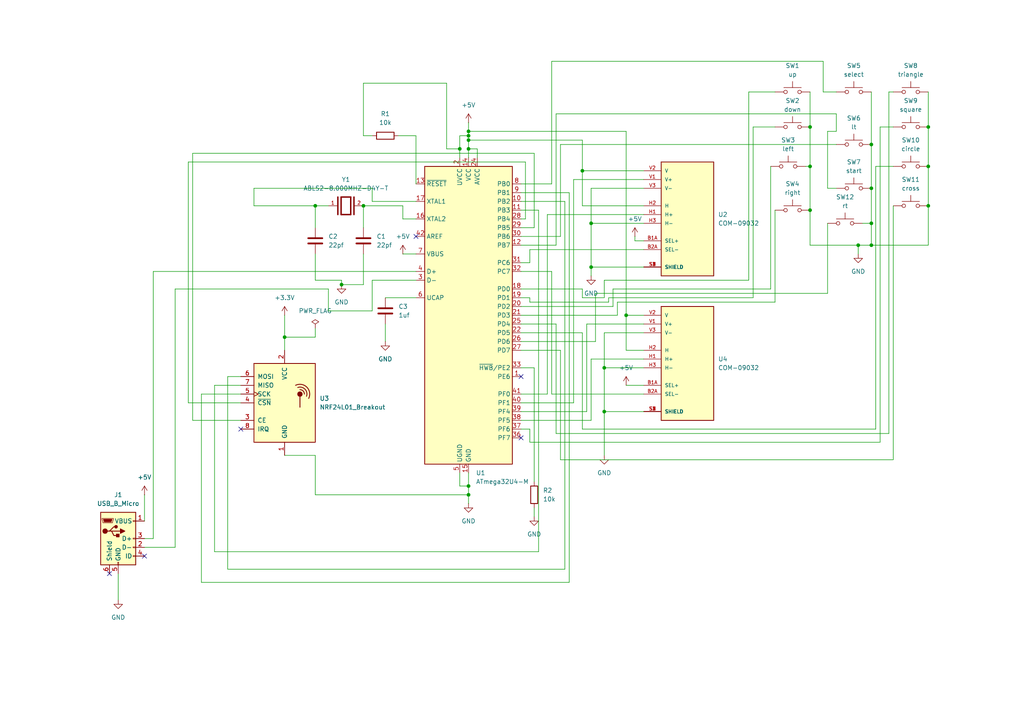
<source format=kicad_sch>
(kicad_sch
	(version 20250114)
	(generator "eeschema")
	(generator_version "9.0")
	(uuid "9b2f5cf4-d6d0-4733-a836-bb57c2955983")
	(paper "A4")
	(lib_symbols
		(symbol "ABLS2-8.000MHZ-D4Y-T:ABLS2-8.000MHZ-D4Y-T"
			(pin_names
				(offset 1.016)
			)
			(exclude_from_sim no)
			(in_bom yes)
			(on_board yes)
			(property "Reference" "Y"
				(at -5.0878 3.8159 0)
				(effects
					(font
						(size 1.27 1.27)
					)
					(justify left bottom)
				)
			)
			(property "Value" "ABLS2-8.000MHZ-D4Y-T"
				(at -5.0944 -5.0944 0)
				(effects
					(font
						(size 1.27 1.27)
					)
					(justify left bottom)
				)
			)
			(property "Footprint" "ABLS2-8.000MHZ-D4Y-T:XTAL_ABLS2-8.000MHZ-D4Y-T"
				(at 0 0 0)
				(effects
					(font
						(size 1.27 1.27)
					)
					(justify bottom)
					(hide yes)
				)
			)
			(property "Datasheet" ""
				(at 0 0 0)
				(effects
					(font
						(size 1.27 1.27)
					)
					(hide yes)
				)
			)
			(property "Description" ""
				(at 0 0 0)
				(effects
					(font
						(size 1.27 1.27)
					)
					(hide yes)
				)
			)
			(property "MF" "Abracon LLC"
				(at 0 0 0)
				(effects
					(font
						(size 1.27 1.27)
					)
					(justify bottom)
					(hide yes)
				)
			)
			(property "MAXIMUM_PACKAGE_HEIGHT" "3.3 mm"
				(at 0 0 0)
				(effects
					(font
						(size 1.27 1.27)
					)
					(justify bottom)
					(hide yes)
				)
			)
			(property "Package" "HC49/US Abracon"
				(at 0 0 0)
				(effects
					(font
						(size 1.27 1.27)
					)
					(justify bottom)
					(hide yes)
				)
			)
			(property "Price" "None"
				(at 0 0 0)
				(effects
					(font
						(size 1.27 1.27)
					)
					(justify bottom)
					(hide yes)
				)
			)
			(property "Check_prices" "https://www.snapeda.com/parts/ABLS2-8.000MHZ-D4Y-T/Abracon/view-part/?ref=eda"
				(at 0 0 0)
				(effects
					(font
						(size 1.27 1.27)
					)
					(justify bottom)
					(hide yes)
				)
			)
			(property "STANDARD" "Manufacturer Recommendations"
				(at 0 0 0)
				(effects
					(font
						(size 1.27 1.27)
					)
					(justify bottom)
					(hide yes)
				)
			)
			(property "PARTREV" "11.15.2016"
				(at 0 0 0)
				(effects
					(font
						(size 1.27 1.27)
					)
					(justify bottom)
					(hide yes)
				)
			)
			(property "SnapEDA_Link" "https://www.snapeda.com/parts/ABLS2-8.000MHZ-D4Y-T/Abracon/view-part/?ref=snap"
				(at 0 0 0)
				(effects
					(font
						(size 1.27 1.27)
					)
					(justify bottom)
					(hide yes)
				)
			)
			(property "MP" "ABLS2-8.000MHZ-D4Y-T"
				(at 0 0 0)
				(effects
					(font
						(size 1.27 1.27)
					)
					(justify bottom)
					(hide yes)
				)
			)
			(property "Description_1" "HC/49US (AT49) LOW PROFILE SURFACE MOUNT MICROPROCESSOR CRYSTAL"
				(at 0 0 0)
				(effects
					(font
						(size 1.27 1.27)
					)
					(justify bottom)
					(hide yes)
				)
			)
			(property "Availability" "In Stock"
				(at 0 0 0)
				(effects
					(font
						(size 1.27 1.27)
					)
					(justify bottom)
					(hide yes)
				)
			)
			(property "MANUFACTURER" "Abracon"
				(at 0 0 0)
				(effects
					(font
						(size 1.27 1.27)
					)
					(justify bottom)
					(hide yes)
				)
			)
			(symbol "ABLS2-8.000MHZ-D4Y-T_0_0"
				(polyline
					(pts
						(xy -2.3368 2.54) (xy -2.3368 -2.54)
					)
					(stroke
						(width 0.4064)
						(type default)
					)
					(fill
						(type none)
					)
				)
				(polyline
					(pts
						(xy -1.397 2.54) (xy -1.397 -2.54)
					)
					(stroke
						(width 0.4064)
						(type default)
					)
					(fill
						(type none)
					)
				)
				(polyline
					(pts
						(xy -1.397 2.54) (xy 1.397 2.54)
					)
					(stroke
						(width 0.4064)
						(type default)
					)
					(fill
						(type none)
					)
				)
				(polyline
					(pts
						(xy 1.397 2.54) (xy 1.397 -2.54)
					)
					(stroke
						(width 0.4064)
						(type default)
					)
					(fill
						(type none)
					)
				)
				(polyline
					(pts
						(xy 1.397 -2.54) (xy -1.397 -2.54)
					)
					(stroke
						(width 0.4064)
						(type default)
					)
					(fill
						(type none)
					)
				)
				(polyline
					(pts
						(xy 2.3368 2.54) (xy 2.3368 -2.54)
					)
					(stroke
						(width 0.4064)
						(type default)
					)
					(fill
						(type none)
					)
				)
				(pin passive line
					(at -5.08 0 0)
					(length 2.54)
					(name "~"
						(effects
							(font
								(size 1.016 1.016)
							)
						)
					)
					(number "1"
						(effects
							(font
								(size 1.016 1.016)
							)
						)
					)
				)
				(pin passive line
					(at 5.08 0 180)
					(length 2.54)
					(name "~"
						(effects
							(font
								(size 1.016 1.016)
							)
						)
					)
					(number "2"
						(effects
							(font
								(size 1.016 1.016)
							)
						)
					)
				)
			)
			(embedded_fonts no)
		)
		(symbol "COM-09032:COM-09032"
			(pin_names
				(offset 1.016)
			)
			(exclude_from_sim no)
			(in_bom yes)
			(on_board yes)
			(property "Reference" "U"
				(at -7.62 16.002 0)
				(effects
					(font
						(size 1.27 1.27)
					)
					(justify left bottom)
				)
			)
			(property "Value" "COM-09032"
				(at -7.62 -20.32 0)
				(effects
					(font
						(size 1.27 1.27)
					)
					(justify left bottom)
				)
			)
			(property "Footprint" "COM-09032:XDCR_COM-09032"
				(at 0 0 0)
				(effects
					(font
						(size 1.27 1.27)
					)
					(justify bottom)
					(hide yes)
				)
			)
			(property "Datasheet" ""
				(at 0 0 0)
				(effects
					(font
						(size 1.27 1.27)
					)
					(hide yes)
				)
			)
			(property "Description" ""
				(at 0 0 0)
				(effects
					(font
						(size 1.27 1.27)
					)
					(hide yes)
				)
			)
			(property "MF" "SparkFun Electronics"
				(at 0 0 0)
				(effects
					(font
						(size 1.27 1.27)
					)
					(justify bottom)
					(hide yes)
				)
			)
			(property "MAXIMUM_PACKAGE_HEIGHT" "30.1mm"
				(at 0 0 0)
				(effects
					(font
						(size 1.27 1.27)
					)
					(justify bottom)
					(hide yes)
				)
			)
			(property "Package" "Package"
				(at 0 0 0)
				(effects
					(font
						(size 1.27 1.27)
					)
					(justify bottom)
					(hide yes)
				)
			)
			(property "Price" "None"
				(at 0 0 0)
				(effects
					(font
						(size 1.27 1.27)
					)
					(justify bottom)
					(hide yes)
				)
			)
			(property "Check_prices" "https://www.snapeda.com/parts/COM-09032/SparkFun/view-part/?ref=eda"
				(at 0 0 0)
				(effects
					(font
						(size 1.27 1.27)
					)
					(justify bottom)
					(hide yes)
				)
			)
			(property "STANDARD" "Manufacturer Recommendations"
				(at 0 0 0)
				(effects
					(font
						(size 1.27 1.27)
					)
					(justify bottom)
					(hide yes)
				)
			)
			(property "PARTREV" "N/A"
				(at 0 0 0)
				(effects
					(font
						(size 1.27 1.27)
					)
					(justify bottom)
					(hide yes)
				)
			)
			(property "SnapEDA_Link" "https://www.snapeda.com/parts/COM-09032/SparkFun/view-part/?ref=snap"
				(at 0 0 0)
				(effects
					(font
						(size 1.27 1.27)
					)
					(justify bottom)
					(hide yes)
				)
			)
			(property "MP" "COM-09032"
				(at 0 0 0)
				(effects
					(font
						(size 1.27 1.27)
					)
					(justify bottom)
					(hide yes)
				)
			)
			(property "Description_1" "Joystick, 2 - Axis Analog (Resistive) Output"
				(at 0 0 0)
				(effects
					(font
						(size 1.27 1.27)
					)
					(justify bottom)
					(hide yes)
				)
			)
			(property "Availability" "In Stock"
				(at 0 0 0)
				(effects
					(font
						(size 1.27 1.27)
					)
					(justify bottom)
					(hide yes)
				)
			)
			(property "MANUFACTURER" "SparkFun Electronics"
				(at 0 0 0)
				(effects
					(font
						(size 1.27 1.27)
					)
					(justify bottom)
					(hide yes)
				)
			)
			(symbol "COM-09032_0_0"
				(rectangle
					(start -7.62 -17.78)
					(end 7.62 15.24)
					(stroke
						(width 0.254)
						(type default)
					)
					(fill
						(type background)
					)
				)
				(pin passive line
					(at -12.7 12.7 0)
					(length 5.08)
					(name "V"
						(effects
							(font
								(size 1.016 1.016)
							)
						)
					)
					(number "V2"
						(effects
							(font
								(size 1.016 1.016)
							)
						)
					)
				)
				(pin passive line
					(at -12.7 10.16 0)
					(length 5.08)
					(name "V+"
						(effects
							(font
								(size 1.016 1.016)
							)
						)
					)
					(number "V1"
						(effects
							(font
								(size 1.016 1.016)
							)
						)
					)
				)
				(pin passive line
					(at -12.7 7.62 0)
					(length 5.08)
					(name "V-"
						(effects
							(font
								(size 1.016 1.016)
							)
						)
					)
					(number "V3"
						(effects
							(font
								(size 1.016 1.016)
							)
						)
					)
				)
				(pin passive line
					(at -12.7 2.54 0)
					(length 5.08)
					(name "H"
						(effects
							(font
								(size 1.016 1.016)
							)
						)
					)
					(number "H2"
						(effects
							(font
								(size 1.016 1.016)
							)
						)
					)
				)
				(pin passive line
					(at -12.7 0 0)
					(length 5.08)
					(name "H+"
						(effects
							(font
								(size 1.016 1.016)
							)
						)
					)
					(number "H1"
						(effects
							(font
								(size 1.016 1.016)
							)
						)
					)
				)
				(pin passive line
					(at -12.7 -2.54 0)
					(length 5.08)
					(name "H-"
						(effects
							(font
								(size 1.016 1.016)
							)
						)
					)
					(number "H3"
						(effects
							(font
								(size 1.016 1.016)
							)
						)
					)
				)
				(pin passive line
					(at -12.7 -7.62 0)
					(length 5.08)
					(name "SEL+"
						(effects
							(font
								(size 1.016 1.016)
							)
						)
					)
					(number "B1A"
						(effects
							(font
								(size 1.016 1.016)
							)
						)
					)
				)
				(pin passive line
					(at -12.7 -10.16 0)
					(length 5.08)
					(name "SEL-"
						(effects
							(font
								(size 1.016 1.016)
							)
						)
					)
					(number "B2A"
						(effects
							(font
								(size 1.016 1.016)
							)
						)
					)
				)
				(pin passive line
					(at -12.7 -15.24 0)
					(length 5.08)
					(name "SHIELD"
						(effects
							(font
								(size 1.016 1.016)
							)
						)
					)
					(number "S1"
						(effects
							(font
								(size 1.016 1.016)
							)
						)
					)
				)
				(pin passive line
					(at -12.7 -15.24 0)
					(length 5.08)
					(name "SHIELD"
						(effects
							(font
								(size 1.016 1.016)
							)
						)
					)
					(number "S2"
						(effects
							(font
								(size 1.016 1.016)
							)
						)
					)
				)
				(pin passive line
					(at -12.7 -15.24 0)
					(length 5.08)
					(name "SHIELD"
						(effects
							(font
								(size 1.016 1.016)
							)
						)
					)
					(number "S3"
						(effects
							(font
								(size 1.016 1.016)
							)
						)
					)
				)
				(pin passive line
					(at -12.7 -15.24 0)
					(length 5.08)
					(name "SHIELD"
						(effects
							(font
								(size 1.016 1.016)
							)
						)
					)
					(number "S4"
						(effects
							(font
								(size 1.016 1.016)
							)
						)
					)
				)
			)
			(embedded_fonts no)
		)
		(symbol "Connector:USB_B_Micro"
			(pin_names
				(offset 1.016)
			)
			(exclude_from_sim no)
			(in_bom yes)
			(on_board yes)
			(property "Reference" "J"
				(at -5.08 11.43 0)
				(effects
					(font
						(size 1.27 1.27)
					)
					(justify left)
				)
			)
			(property "Value" "USB_B_Micro"
				(at -5.08 8.89 0)
				(effects
					(font
						(size 1.27 1.27)
					)
					(justify left)
				)
			)
			(property "Footprint" ""
				(at 3.81 -1.27 0)
				(effects
					(font
						(size 1.27 1.27)
					)
					(hide yes)
				)
			)
			(property "Datasheet" "~"
				(at 3.81 -1.27 0)
				(effects
					(font
						(size 1.27 1.27)
					)
					(hide yes)
				)
			)
			(property "Description" "USB Micro Type B connector"
				(at 0 0 0)
				(effects
					(font
						(size 1.27 1.27)
					)
					(hide yes)
				)
			)
			(property "ki_keywords" "connector USB micro"
				(at 0 0 0)
				(effects
					(font
						(size 1.27 1.27)
					)
					(hide yes)
				)
			)
			(property "ki_fp_filters" "USB*"
				(at 0 0 0)
				(effects
					(font
						(size 1.27 1.27)
					)
					(hide yes)
				)
			)
			(symbol "USB_B_Micro_0_1"
				(rectangle
					(start -5.08 -7.62)
					(end 5.08 7.62)
					(stroke
						(width 0.254)
						(type default)
					)
					(fill
						(type background)
					)
				)
				(polyline
					(pts
						(xy -4.699 5.842) (xy -4.699 5.588) (xy -4.445 4.826) (xy -4.445 4.572) (xy -1.651 4.572) (xy -1.651 4.826)
						(xy -1.397 5.588) (xy -1.397 5.842) (xy -4.699 5.842)
					)
					(stroke
						(width 0)
						(type default)
					)
					(fill
						(type none)
					)
				)
				(polyline
					(pts
						(xy -4.318 5.588) (xy -1.778 5.588) (xy -2.032 4.826) (xy -4.064 4.826) (xy -4.318 5.588)
					)
					(stroke
						(width 0)
						(type default)
					)
					(fill
						(type outline)
					)
				)
				(circle
					(center -3.81 2.159)
					(radius 0.635)
					(stroke
						(width 0.254)
						(type default)
					)
					(fill
						(type outline)
					)
				)
				(polyline
					(pts
						(xy -3.175 2.159) (xy -2.54 2.159) (xy -1.27 3.429) (xy -0.635 3.429)
					)
					(stroke
						(width 0.254)
						(type default)
					)
					(fill
						(type none)
					)
				)
				(polyline
					(pts
						(xy -2.54 2.159) (xy -1.905 2.159) (xy -1.27 0.889) (xy 0 0.889)
					)
					(stroke
						(width 0.254)
						(type default)
					)
					(fill
						(type none)
					)
				)
				(polyline
					(pts
						(xy -1.905 2.159) (xy 0.635 2.159)
					)
					(stroke
						(width 0.254)
						(type default)
					)
					(fill
						(type none)
					)
				)
				(circle
					(center -0.635 3.429)
					(radius 0.381)
					(stroke
						(width 0.254)
						(type default)
					)
					(fill
						(type outline)
					)
				)
				(rectangle
					(start -0.127 -7.62)
					(end 0.127 -6.858)
					(stroke
						(width 0)
						(type default)
					)
					(fill
						(type none)
					)
				)
				(rectangle
					(start 0.254 1.27)
					(end -0.508 0.508)
					(stroke
						(width 0.254)
						(type default)
					)
					(fill
						(type outline)
					)
				)
				(polyline
					(pts
						(xy 0.635 2.794) (xy 0.635 1.524) (xy 1.905 2.159) (xy 0.635 2.794)
					)
					(stroke
						(width 0.254)
						(type default)
					)
					(fill
						(type outline)
					)
				)
				(rectangle
					(start 5.08 4.953)
					(end 4.318 5.207)
					(stroke
						(width 0)
						(type default)
					)
					(fill
						(type none)
					)
				)
				(rectangle
					(start 5.08 -0.127)
					(end 4.318 0.127)
					(stroke
						(width 0)
						(type default)
					)
					(fill
						(type none)
					)
				)
				(rectangle
					(start 5.08 -2.667)
					(end 4.318 -2.413)
					(stroke
						(width 0)
						(type default)
					)
					(fill
						(type none)
					)
				)
				(rectangle
					(start 5.08 -5.207)
					(end 4.318 -4.953)
					(stroke
						(width 0)
						(type default)
					)
					(fill
						(type none)
					)
				)
			)
			(symbol "USB_B_Micro_1_1"
				(pin passive line
					(at -2.54 -10.16 90)
					(length 2.54)
					(name "Shield"
						(effects
							(font
								(size 1.27 1.27)
							)
						)
					)
					(number "6"
						(effects
							(font
								(size 1.27 1.27)
							)
						)
					)
				)
				(pin power_out line
					(at 0 -10.16 90)
					(length 2.54)
					(name "GND"
						(effects
							(font
								(size 1.27 1.27)
							)
						)
					)
					(number "5"
						(effects
							(font
								(size 1.27 1.27)
							)
						)
					)
				)
				(pin power_out line
					(at 7.62 5.08 180)
					(length 2.54)
					(name "VBUS"
						(effects
							(font
								(size 1.27 1.27)
							)
						)
					)
					(number "1"
						(effects
							(font
								(size 1.27 1.27)
							)
						)
					)
				)
				(pin bidirectional line
					(at 7.62 0 180)
					(length 2.54)
					(name "D+"
						(effects
							(font
								(size 1.27 1.27)
							)
						)
					)
					(number "3"
						(effects
							(font
								(size 1.27 1.27)
							)
						)
					)
				)
				(pin bidirectional line
					(at 7.62 -2.54 180)
					(length 2.54)
					(name "D-"
						(effects
							(font
								(size 1.27 1.27)
							)
						)
					)
					(number "2"
						(effects
							(font
								(size 1.27 1.27)
							)
						)
					)
				)
				(pin passive line
					(at 7.62 -5.08 180)
					(length 2.54)
					(name "ID"
						(effects
							(font
								(size 1.27 1.27)
							)
						)
					)
					(number "4"
						(effects
							(font
								(size 1.27 1.27)
							)
						)
					)
				)
			)
			(embedded_fonts no)
		)
		(symbol "Device:C"
			(pin_numbers
				(hide yes)
			)
			(pin_names
				(offset 0.254)
			)
			(exclude_from_sim no)
			(in_bom yes)
			(on_board yes)
			(property "Reference" "C"
				(at 0.635 2.54 0)
				(effects
					(font
						(size 1.27 1.27)
					)
					(justify left)
				)
			)
			(property "Value" "C"
				(at 0.635 -2.54 0)
				(effects
					(font
						(size 1.27 1.27)
					)
					(justify left)
				)
			)
			(property "Footprint" ""
				(at 0.9652 -3.81 0)
				(effects
					(font
						(size 1.27 1.27)
					)
					(hide yes)
				)
			)
			(property "Datasheet" "~"
				(at 0 0 0)
				(effects
					(font
						(size 1.27 1.27)
					)
					(hide yes)
				)
			)
			(property "Description" "Unpolarized capacitor"
				(at 0 0 0)
				(effects
					(font
						(size 1.27 1.27)
					)
					(hide yes)
				)
			)
			(property "ki_keywords" "cap capacitor"
				(at 0 0 0)
				(effects
					(font
						(size 1.27 1.27)
					)
					(hide yes)
				)
			)
			(property "ki_fp_filters" "C_*"
				(at 0 0 0)
				(effects
					(font
						(size 1.27 1.27)
					)
					(hide yes)
				)
			)
			(symbol "C_0_1"
				(polyline
					(pts
						(xy -2.032 0.762) (xy 2.032 0.762)
					)
					(stroke
						(width 0.508)
						(type default)
					)
					(fill
						(type none)
					)
				)
				(polyline
					(pts
						(xy -2.032 -0.762) (xy 2.032 -0.762)
					)
					(stroke
						(width 0.508)
						(type default)
					)
					(fill
						(type none)
					)
				)
			)
			(symbol "C_1_1"
				(pin passive line
					(at 0 3.81 270)
					(length 2.794)
					(name "~"
						(effects
							(font
								(size 1.27 1.27)
							)
						)
					)
					(number "1"
						(effects
							(font
								(size 1.27 1.27)
							)
						)
					)
				)
				(pin passive line
					(at 0 -3.81 90)
					(length 2.794)
					(name "~"
						(effects
							(font
								(size 1.27 1.27)
							)
						)
					)
					(number "2"
						(effects
							(font
								(size 1.27 1.27)
							)
						)
					)
				)
			)
			(embedded_fonts no)
		)
		(symbol "Device:R"
			(pin_numbers
				(hide yes)
			)
			(pin_names
				(offset 0)
			)
			(exclude_from_sim no)
			(in_bom yes)
			(on_board yes)
			(property "Reference" "R"
				(at 2.032 0 90)
				(effects
					(font
						(size 1.27 1.27)
					)
				)
			)
			(property "Value" "R"
				(at 0 0 90)
				(effects
					(font
						(size 1.27 1.27)
					)
				)
			)
			(property "Footprint" ""
				(at -1.778 0 90)
				(effects
					(font
						(size 1.27 1.27)
					)
					(hide yes)
				)
			)
			(property "Datasheet" "~"
				(at 0 0 0)
				(effects
					(font
						(size 1.27 1.27)
					)
					(hide yes)
				)
			)
			(property "Description" "Resistor"
				(at 0 0 0)
				(effects
					(font
						(size 1.27 1.27)
					)
					(hide yes)
				)
			)
			(property "ki_keywords" "R res resistor"
				(at 0 0 0)
				(effects
					(font
						(size 1.27 1.27)
					)
					(hide yes)
				)
			)
			(property "ki_fp_filters" "R_*"
				(at 0 0 0)
				(effects
					(font
						(size 1.27 1.27)
					)
					(hide yes)
				)
			)
			(symbol "R_0_1"
				(rectangle
					(start -1.016 -2.54)
					(end 1.016 2.54)
					(stroke
						(width 0.254)
						(type default)
					)
					(fill
						(type none)
					)
				)
			)
			(symbol "R_1_1"
				(pin passive line
					(at 0 3.81 270)
					(length 1.27)
					(name "~"
						(effects
							(font
								(size 1.27 1.27)
							)
						)
					)
					(number "1"
						(effects
							(font
								(size 1.27 1.27)
							)
						)
					)
				)
				(pin passive line
					(at 0 -3.81 90)
					(length 1.27)
					(name "~"
						(effects
							(font
								(size 1.27 1.27)
							)
						)
					)
					(number "2"
						(effects
							(font
								(size 1.27 1.27)
							)
						)
					)
				)
			)
			(embedded_fonts no)
		)
		(symbol "MCU_Microchip_ATmega:ATmega32U4-M"
			(exclude_from_sim no)
			(in_bom yes)
			(on_board yes)
			(property "Reference" "U"
				(at -12.7 44.45 0)
				(effects
					(font
						(size 1.27 1.27)
					)
					(justify left bottom)
				)
			)
			(property "Value" "ATmega32U4-M"
				(at 2.54 -44.45 0)
				(effects
					(font
						(size 1.27 1.27)
					)
					(justify left top)
				)
			)
			(property "Footprint" "Package_DFN_QFN:QFN-44-1EP_7x7mm_P0.5mm_EP5.2x5.2mm"
				(at 0 0 0)
				(effects
					(font
						(size 1.27 1.27)
						(italic yes)
					)
					(hide yes)
				)
			)
			(property "Datasheet" "http://ww1.microchip.com/downloads/en/DeviceDoc/Atmel-7766-8-bit-AVR-ATmega16U4-32U4_Datasheet.pdf"
				(at 0 0 0)
				(effects
					(font
						(size 1.27 1.27)
					)
					(hide yes)
				)
			)
			(property "Description" "16MHz, 32kB Flash, 2.5kB SRAM, 1kB EEPROM, USB 2.0, QFN-44"
				(at 0 0 0)
				(effects
					(font
						(size 1.27 1.27)
					)
					(hide yes)
				)
			)
			(property "ki_keywords" "AVR 8bit Microcontroller MegaAVR USB"
				(at 0 0 0)
				(effects
					(font
						(size 1.27 1.27)
					)
					(hide yes)
				)
			)
			(property "ki_fp_filters" "QFN*1EP*7x7mm*P0.5mm*"
				(at 0 0 0)
				(effects
					(font
						(size 1.27 1.27)
					)
					(hide yes)
				)
			)
			(symbol "ATmega32U4-M_0_1"
				(rectangle
					(start -12.7 -43.18)
					(end 12.7 43.18)
					(stroke
						(width 0.254)
						(type default)
					)
					(fill
						(type background)
					)
				)
			)
			(symbol "ATmega32U4-M_1_1"
				(pin input line
					(at -15.24 38.1 0)
					(length 2.54)
					(name "~{RESET}"
						(effects
							(font
								(size 1.27 1.27)
							)
						)
					)
					(number "13"
						(effects
							(font
								(size 1.27 1.27)
							)
						)
					)
				)
				(pin input line
					(at -15.24 33.02 0)
					(length 2.54)
					(name "XTAL1"
						(effects
							(font
								(size 1.27 1.27)
							)
						)
					)
					(number "17"
						(effects
							(font
								(size 1.27 1.27)
							)
						)
					)
				)
				(pin output line
					(at -15.24 27.94 0)
					(length 2.54)
					(name "XTAL2"
						(effects
							(font
								(size 1.27 1.27)
							)
						)
					)
					(number "16"
						(effects
							(font
								(size 1.27 1.27)
							)
						)
					)
				)
				(pin passive line
					(at -15.24 22.86 0)
					(length 2.54)
					(name "AREF"
						(effects
							(font
								(size 1.27 1.27)
							)
						)
					)
					(number "42"
						(effects
							(font
								(size 1.27 1.27)
							)
						)
					)
				)
				(pin input line
					(at -15.24 17.78 0)
					(length 2.54)
					(name "VBUS"
						(effects
							(font
								(size 1.27 1.27)
							)
						)
					)
					(number "7"
						(effects
							(font
								(size 1.27 1.27)
							)
						)
					)
				)
				(pin bidirectional line
					(at -15.24 12.7 0)
					(length 2.54)
					(name "D+"
						(effects
							(font
								(size 1.27 1.27)
							)
						)
					)
					(number "4"
						(effects
							(font
								(size 1.27 1.27)
							)
						)
					)
				)
				(pin bidirectional line
					(at -15.24 10.16 0)
					(length 2.54)
					(name "D-"
						(effects
							(font
								(size 1.27 1.27)
							)
						)
					)
					(number "3"
						(effects
							(font
								(size 1.27 1.27)
							)
						)
					)
				)
				(pin passive line
					(at -15.24 5.08 0)
					(length 2.54)
					(name "UCAP"
						(effects
							(font
								(size 1.27 1.27)
							)
						)
					)
					(number "6"
						(effects
							(font
								(size 1.27 1.27)
							)
						)
					)
				)
				(pin power_in line
					(at -2.54 45.72 270)
					(length 2.54)
					(name "UVCC"
						(effects
							(font
								(size 1.27 1.27)
							)
						)
					)
					(number "2"
						(effects
							(font
								(size 1.27 1.27)
							)
						)
					)
				)
				(pin passive line
					(at -2.54 -45.72 90)
					(length 2.54)
					(name "UGND"
						(effects
							(font
								(size 1.27 1.27)
							)
						)
					)
					(number "5"
						(effects
							(font
								(size 1.27 1.27)
							)
						)
					)
				)
				(pin power_in line
					(at 0 45.72 270)
					(length 2.54)
					(name "VCC"
						(effects
							(font
								(size 1.27 1.27)
							)
						)
					)
					(number "14"
						(effects
							(font
								(size 1.27 1.27)
							)
						)
					)
				)
				(pin passive line
					(at 0 45.72 270)
					(length 2.54)
					(hide yes)
					(name "VCC"
						(effects
							(font
								(size 1.27 1.27)
							)
						)
					)
					(number "34"
						(effects
							(font
								(size 1.27 1.27)
							)
						)
					)
				)
				(pin power_in line
					(at 0 -45.72 90)
					(length 2.54)
					(name "GND"
						(effects
							(font
								(size 1.27 1.27)
							)
						)
					)
					(number "15"
						(effects
							(font
								(size 1.27 1.27)
							)
						)
					)
				)
				(pin passive line
					(at 0 -45.72 90)
					(length 2.54)
					(hide yes)
					(name "GND"
						(effects
							(font
								(size 1.27 1.27)
							)
						)
					)
					(number "23"
						(effects
							(font
								(size 1.27 1.27)
							)
						)
					)
				)
				(pin passive line
					(at 0 -45.72 90)
					(length 2.54)
					(hide yes)
					(name "GND"
						(effects
							(font
								(size 1.27 1.27)
							)
						)
					)
					(number "35"
						(effects
							(font
								(size 1.27 1.27)
							)
						)
					)
				)
				(pin passive line
					(at 0 -45.72 90)
					(length 2.54)
					(hide yes)
					(name "GND"
						(effects
							(font
								(size 1.27 1.27)
							)
						)
					)
					(number "43"
						(effects
							(font
								(size 1.27 1.27)
							)
						)
					)
				)
				(pin passive line
					(at 0 -45.72 90)
					(length 2.54)
					(hide yes)
					(name "GND"
						(effects
							(font
								(size 1.27 1.27)
							)
						)
					)
					(number "45"
						(effects
							(font
								(size 1.27 1.27)
							)
						)
					)
				)
				(pin power_in line
					(at 2.54 45.72 270)
					(length 2.54)
					(name "AVCC"
						(effects
							(font
								(size 1.27 1.27)
							)
						)
					)
					(number "24"
						(effects
							(font
								(size 1.27 1.27)
							)
						)
					)
				)
				(pin passive line
					(at 2.54 45.72 270)
					(length 2.54)
					(hide yes)
					(name "AVCC"
						(effects
							(font
								(size 1.27 1.27)
							)
						)
					)
					(number "44"
						(effects
							(font
								(size 1.27 1.27)
							)
						)
					)
				)
				(pin bidirectional line
					(at 15.24 38.1 180)
					(length 2.54)
					(name "PB0"
						(effects
							(font
								(size 1.27 1.27)
							)
						)
					)
					(number "8"
						(effects
							(font
								(size 1.27 1.27)
							)
						)
					)
				)
				(pin bidirectional line
					(at 15.24 35.56 180)
					(length 2.54)
					(name "PB1"
						(effects
							(font
								(size 1.27 1.27)
							)
						)
					)
					(number "9"
						(effects
							(font
								(size 1.27 1.27)
							)
						)
					)
				)
				(pin bidirectional line
					(at 15.24 33.02 180)
					(length 2.54)
					(name "PB2"
						(effects
							(font
								(size 1.27 1.27)
							)
						)
					)
					(number "10"
						(effects
							(font
								(size 1.27 1.27)
							)
						)
					)
				)
				(pin bidirectional line
					(at 15.24 30.48 180)
					(length 2.54)
					(name "PB3"
						(effects
							(font
								(size 1.27 1.27)
							)
						)
					)
					(number "11"
						(effects
							(font
								(size 1.27 1.27)
							)
						)
					)
				)
				(pin bidirectional line
					(at 15.24 27.94 180)
					(length 2.54)
					(name "PB4"
						(effects
							(font
								(size 1.27 1.27)
							)
						)
					)
					(number "28"
						(effects
							(font
								(size 1.27 1.27)
							)
						)
					)
				)
				(pin bidirectional line
					(at 15.24 25.4 180)
					(length 2.54)
					(name "PB5"
						(effects
							(font
								(size 1.27 1.27)
							)
						)
					)
					(number "29"
						(effects
							(font
								(size 1.27 1.27)
							)
						)
					)
				)
				(pin bidirectional line
					(at 15.24 22.86 180)
					(length 2.54)
					(name "PB6"
						(effects
							(font
								(size 1.27 1.27)
							)
						)
					)
					(number "30"
						(effects
							(font
								(size 1.27 1.27)
							)
						)
					)
				)
				(pin bidirectional line
					(at 15.24 20.32 180)
					(length 2.54)
					(name "PB7"
						(effects
							(font
								(size 1.27 1.27)
							)
						)
					)
					(number "12"
						(effects
							(font
								(size 1.27 1.27)
							)
						)
					)
				)
				(pin bidirectional line
					(at 15.24 15.24 180)
					(length 2.54)
					(name "PC6"
						(effects
							(font
								(size 1.27 1.27)
							)
						)
					)
					(number "31"
						(effects
							(font
								(size 1.27 1.27)
							)
						)
					)
				)
				(pin bidirectional line
					(at 15.24 12.7 180)
					(length 2.54)
					(name "PC7"
						(effects
							(font
								(size 1.27 1.27)
							)
						)
					)
					(number "32"
						(effects
							(font
								(size 1.27 1.27)
							)
						)
					)
				)
				(pin bidirectional line
					(at 15.24 7.62 180)
					(length 2.54)
					(name "PD0"
						(effects
							(font
								(size 1.27 1.27)
							)
						)
					)
					(number "18"
						(effects
							(font
								(size 1.27 1.27)
							)
						)
					)
				)
				(pin bidirectional line
					(at 15.24 5.08 180)
					(length 2.54)
					(name "PD1"
						(effects
							(font
								(size 1.27 1.27)
							)
						)
					)
					(number "19"
						(effects
							(font
								(size 1.27 1.27)
							)
						)
					)
				)
				(pin bidirectional line
					(at 15.24 2.54 180)
					(length 2.54)
					(name "PD2"
						(effects
							(font
								(size 1.27 1.27)
							)
						)
					)
					(number "20"
						(effects
							(font
								(size 1.27 1.27)
							)
						)
					)
				)
				(pin bidirectional line
					(at 15.24 0 180)
					(length 2.54)
					(name "PD3"
						(effects
							(font
								(size 1.27 1.27)
							)
						)
					)
					(number "21"
						(effects
							(font
								(size 1.27 1.27)
							)
						)
					)
				)
				(pin bidirectional line
					(at 15.24 -2.54 180)
					(length 2.54)
					(name "PD4"
						(effects
							(font
								(size 1.27 1.27)
							)
						)
					)
					(number "25"
						(effects
							(font
								(size 1.27 1.27)
							)
						)
					)
				)
				(pin bidirectional line
					(at 15.24 -5.08 180)
					(length 2.54)
					(name "PD5"
						(effects
							(font
								(size 1.27 1.27)
							)
						)
					)
					(number "22"
						(effects
							(font
								(size 1.27 1.27)
							)
						)
					)
				)
				(pin bidirectional line
					(at 15.24 -7.62 180)
					(length 2.54)
					(name "PD6"
						(effects
							(font
								(size 1.27 1.27)
							)
						)
					)
					(number "26"
						(effects
							(font
								(size 1.27 1.27)
							)
						)
					)
				)
				(pin bidirectional line
					(at 15.24 -10.16 180)
					(length 2.54)
					(name "PD7"
						(effects
							(font
								(size 1.27 1.27)
							)
						)
					)
					(number "27"
						(effects
							(font
								(size 1.27 1.27)
							)
						)
					)
				)
				(pin bidirectional line
					(at 15.24 -15.24 180)
					(length 2.54)
					(name "~{HWB}/PE2"
						(effects
							(font
								(size 1.27 1.27)
							)
						)
					)
					(number "33"
						(effects
							(font
								(size 1.27 1.27)
							)
						)
					)
				)
				(pin bidirectional line
					(at 15.24 -17.78 180)
					(length 2.54)
					(name "PE6"
						(effects
							(font
								(size 1.27 1.27)
							)
						)
					)
					(number "1"
						(effects
							(font
								(size 1.27 1.27)
							)
						)
					)
				)
				(pin bidirectional line
					(at 15.24 -22.86 180)
					(length 2.54)
					(name "PF0"
						(effects
							(font
								(size 1.27 1.27)
							)
						)
					)
					(number "41"
						(effects
							(font
								(size 1.27 1.27)
							)
						)
					)
				)
				(pin bidirectional line
					(at 15.24 -25.4 180)
					(length 2.54)
					(name "PF1"
						(effects
							(font
								(size 1.27 1.27)
							)
						)
					)
					(number "40"
						(effects
							(font
								(size 1.27 1.27)
							)
						)
					)
				)
				(pin bidirectional line
					(at 15.24 -27.94 180)
					(length 2.54)
					(name "PF4"
						(effects
							(font
								(size 1.27 1.27)
							)
						)
					)
					(number "39"
						(effects
							(font
								(size 1.27 1.27)
							)
						)
					)
				)
				(pin bidirectional line
					(at 15.24 -30.48 180)
					(length 2.54)
					(name "PF5"
						(effects
							(font
								(size 1.27 1.27)
							)
						)
					)
					(number "38"
						(effects
							(font
								(size 1.27 1.27)
							)
						)
					)
				)
				(pin bidirectional line
					(at 15.24 -33.02 180)
					(length 2.54)
					(name "PF6"
						(effects
							(font
								(size 1.27 1.27)
							)
						)
					)
					(number "37"
						(effects
							(font
								(size 1.27 1.27)
							)
						)
					)
				)
				(pin bidirectional line
					(at 15.24 -35.56 180)
					(length 2.54)
					(name "PF7"
						(effects
							(font
								(size 1.27 1.27)
							)
						)
					)
					(number "36"
						(effects
							(font
								(size 1.27 1.27)
							)
						)
					)
				)
			)
			(embedded_fonts no)
		)
		(symbol "RF:NRF24L01_Breakout"
			(pin_names
				(offset 1.016)
			)
			(exclude_from_sim no)
			(in_bom yes)
			(on_board yes)
			(property "Reference" "U"
				(at -8.89 12.7 0)
				(effects
					(font
						(size 1.27 1.27)
					)
					(justify left)
				)
			)
			(property "Value" "NRF24L01_Breakout"
				(at 3.81 12.7 0)
				(effects
					(font
						(size 1.27 1.27)
					)
					(justify left)
				)
			)
			(property "Footprint" "RF_Module:nRF24L01_Breakout"
				(at 3.81 15.24 0)
				(effects
					(font
						(size 1.27 1.27)
						(italic yes)
					)
					(justify left)
					(hide yes)
				)
			)
			(property "Datasheet" "http://www.nordicsemi.com/eng/content/download/2730/34105/file/nRF24L01_Product_Specification_v2_0.pdf"
				(at 0 -2.54 0)
				(effects
					(font
						(size 1.27 1.27)
					)
					(hide yes)
				)
			)
			(property "Description" "Ultra low power 2.4GHz RF Transceiver, Carrier PCB"
				(at 0 0 0)
				(effects
					(font
						(size 1.27 1.27)
					)
					(hide yes)
				)
			)
			(property "ki_keywords" "Low Power RF Transceiver breakout carrier"
				(at 0 0 0)
				(effects
					(font
						(size 1.27 1.27)
					)
					(hide yes)
				)
			)
			(property "ki_fp_filters" "nRF24L01*Breakout*"
				(at 0 0 0)
				(effects
					(font
						(size 1.27 1.27)
					)
					(hide yes)
				)
			)
			(symbol "NRF24L01_Breakout_0_1"
				(rectangle
					(start -8.89 11.43)
					(end 8.89 -11.43)
					(stroke
						(width 0.254)
						(type default)
					)
					(fill
						(type background)
					)
				)
				(arc
					(start 3.175 5.08)
					(mid 6.453 4.548)
					(end 6.985 1.27)
					(stroke
						(width 0.254)
						(type default)
					)
					(fill
						(type none)
					)
				)
				(circle
					(center 4.445 2.54)
					(radius 0.635)
					(stroke
						(width 0.254)
						(type default)
					)
					(fill
						(type outline)
					)
				)
				(polyline
					(pts
						(xy 4.445 1.905) (xy 4.445 -1.27)
					)
					(stroke
						(width 0.254)
						(type default)
					)
					(fill
						(type none)
					)
				)
				(arc
					(start 3.81 4.445)
					(mid 5.8835 3.9785)
					(end 6.35 1.905)
					(stroke
						(width 0.254)
						(type default)
					)
					(fill
						(type none)
					)
				)
				(arc
					(start 4.445 3.81)
					(mid 5.3558 3.4508)
					(end 5.715 2.54)
					(stroke
						(width 0.254)
						(type default)
					)
					(fill
						(type none)
					)
				)
			)
			(symbol "NRF24L01_Breakout_1_1"
				(pin input line
					(at -12.7 7.62 0)
					(length 3.81)
					(name "MOSI"
						(effects
							(font
								(size 1.27 1.27)
							)
						)
					)
					(number "6"
						(effects
							(font
								(size 1.27 1.27)
							)
						)
					)
				)
				(pin output line
					(at -12.7 5.08 0)
					(length 3.81)
					(name "MISO"
						(effects
							(font
								(size 1.27 1.27)
							)
						)
					)
					(number "7"
						(effects
							(font
								(size 1.27 1.27)
							)
						)
					)
				)
				(pin input clock
					(at -12.7 2.54 0)
					(length 3.81)
					(name "SCK"
						(effects
							(font
								(size 1.27 1.27)
							)
						)
					)
					(number "5"
						(effects
							(font
								(size 1.27 1.27)
							)
						)
					)
				)
				(pin input line
					(at -12.7 0 0)
					(length 3.81)
					(name "~{CSN}"
						(effects
							(font
								(size 1.27 1.27)
							)
						)
					)
					(number "4"
						(effects
							(font
								(size 1.27 1.27)
							)
						)
					)
				)
				(pin input line
					(at -12.7 -5.08 0)
					(length 3.81)
					(name "CE"
						(effects
							(font
								(size 1.27 1.27)
							)
						)
					)
					(number "3"
						(effects
							(font
								(size 1.27 1.27)
							)
						)
					)
				)
				(pin output line
					(at -12.7 -7.62 0)
					(length 3.81)
					(name "IRQ"
						(effects
							(font
								(size 1.27 1.27)
							)
						)
					)
					(number "8"
						(effects
							(font
								(size 1.27 1.27)
							)
						)
					)
				)
				(pin power_in line
					(at 0 15.24 270)
					(length 3.81)
					(name "VCC"
						(effects
							(font
								(size 1.27 1.27)
							)
						)
					)
					(number "2"
						(effects
							(font
								(size 1.27 1.27)
							)
						)
					)
				)
				(pin power_in line
					(at 0 -15.24 90)
					(length 3.81)
					(name "GND"
						(effects
							(font
								(size 1.27 1.27)
							)
						)
					)
					(number "1"
						(effects
							(font
								(size 1.27 1.27)
							)
						)
					)
				)
			)
			(embedded_fonts no)
		)
		(symbol "Switch:SW_Push"
			(pin_numbers
				(hide yes)
			)
			(pin_names
				(offset 1.016)
				(hide yes)
			)
			(exclude_from_sim no)
			(in_bom yes)
			(on_board yes)
			(property "Reference" "SW"
				(at 1.27 2.54 0)
				(effects
					(font
						(size 1.27 1.27)
					)
					(justify left)
				)
			)
			(property "Value" "SW_Push"
				(at 0 -1.524 0)
				(effects
					(font
						(size 1.27 1.27)
					)
				)
			)
			(property "Footprint" ""
				(at 0 5.08 0)
				(effects
					(font
						(size 1.27 1.27)
					)
					(hide yes)
				)
			)
			(property "Datasheet" "~"
				(at 0 5.08 0)
				(effects
					(font
						(size 1.27 1.27)
					)
					(hide yes)
				)
			)
			(property "Description" "Push button switch, generic, two pins"
				(at 0 0 0)
				(effects
					(font
						(size 1.27 1.27)
					)
					(hide yes)
				)
			)
			(property "ki_keywords" "switch normally-open pushbutton push-button"
				(at 0 0 0)
				(effects
					(font
						(size 1.27 1.27)
					)
					(hide yes)
				)
			)
			(symbol "SW_Push_0_1"
				(circle
					(center -2.032 0)
					(radius 0.508)
					(stroke
						(width 0)
						(type default)
					)
					(fill
						(type none)
					)
				)
				(polyline
					(pts
						(xy 0 1.27) (xy 0 3.048)
					)
					(stroke
						(width 0)
						(type default)
					)
					(fill
						(type none)
					)
				)
				(circle
					(center 2.032 0)
					(radius 0.508)
					(stroke
						(width 0)
						(type default)
					)
					(fill
						(type none)
					)
				)
				(polyline
					(pts
						(xy 2.54 1.27) (xy -2.54 1.27)
					)
					(stroke
						(width 0)
						(type default)
					)
					(fill
						(type none)
					)
				)
				(pin passive line
					(at -5.08 0 0)
					(length 2.54)
					(name "1"
						(effects
							(font
								(size 1.27 1.27)
							)
						)
					)
					(number "1"
						(effects
							(font
								(size 1.27 1.27)
							)
						)
					)
				)
				(pin passive line
					(at 5.08 0 180)
					(length 2.54)
					(name "2"
						(effects
							(font
								(size 1.27 1.27)
							)
						)
					)
					(number "2"
						(effects
							(font
								(size 1.27 1.27)
							)
						)
					)
				)
			)
			(embedded_fonts no)
		)
		(symbol "power:+3.3V"
			(power)
			(pin_numbers
				(hide yes)
			)
			(pin_names
				(offset 0)
				(hide yes)
			)
			(exclude_from_sim no)
			(in_bom yes)
			(on_board yes)
			(property "Reference" "#PWR"
				(at 0 -3.81 0)
				(effects
					(font
						(size 1.27 1.27)
					)
					(hide yes)
				)
			)
			(property "Value" "+3.3V"
				(at 0 3.556 0)
				(effects
					(font
						(size 1.27 1.27)
					)
				)
			)
			(property "Footprint" ""
				(at 0 0 0)
				(effects
					(font
						(size 1.27 1.27)
					)
					(hide yes)
				)
			)
			(property "Datasheet" ""
				(at 0 0 0)
				(effects
					(font
						(size 1.27 1.27)
					)
					(hide yes)
				)
			)
			(property "Description" "Power symbol creates a global label with name \"+3.3V\""
				(at 0 0 0)
				(effects
					(font
						(size 1.27 1.27)
					)
					(hide yes)
				)
			)
			(property "ki_keywords" "global power"
				(at 0 0 0)
				(effects
					(font
						(size 1.27 1.27)
					)
					(hide yes)
				)
			)
			(symbol "+3.3V_0_1"
				(polyline
					(pts
						(xy -0.762 1.27) (xy 0 2.54)
					)
					(stroke
						(width 0)
						(type default)
					)
					(fill
						(type none)
					)
				)
				(polyline
					(pts
						(xy 0 2.54) (xy 0.762 1.27)
					)
					(stroke
						(width 0)
						(type default)
					)
					(fill
						(type none)
					)
				)
				(polyline
					(pts
						(xy 0 0) (xy 0 2.54)
					)
					(stroke
						(width 0)
						(type default)
					)
					(fill
						(type none)
					)
				)
			)
			(symbol "+3.3V_1_1"
				(pin power_in line
					(at 0 0 90)
					(length 0)
					(name "~"
						(effects
							(font
								(size 1.27 1.27)
							)
						)
					)
					(number "1"
						(effects
							(font
								(size 1.27 1.27)
							)
						)
					)
				)
			)
			(embedded_fonts no)
		)
		(symbol "power:+5V"
			(power)
			(pin_numbers
				(hide yes)
			)
			(pin_names
				(offset 0)
				(hide yes)
			)
			(exclude_from_sim no)
			(in_bom yes)
			(on_board yes)
			(property "Reference" "#PWR"
				(at 0 -3.81 0)
				(effects
					(font
						(size 1.27 1.27)
					)
					(hide yes)
				)
			)
			(property "Value" "+5V"
				(at 0 3.556 0)
				(effects
					(font
						(size 1.27 1.27)
					)
				)
			)
			(property "Footprint" ""
				(at 0 0 0)
				(effects
					(font
						(size 1.27 1.27)
					)
					(hide yes)
				)
			)
			(property "Datasheet" ""
				(at 0 0 0)
				(effects
					(font
						(size 1.27 1.27)
					)
					(hide yes)
				)
			)
			(property "Description" "Power symbol creates a global label with name \"+5V\""
				(at 0 0 0)
				(effects
					(font
						(size 1.27 1.27)
					)
					(hide yes)
				)
			)
			(property "ki_keywords" "global power"
				(at 0 0 0)
				(effects
					(font
						(size 1.27 1.27)
					)
					(hide yes)
				)
			)
			(symbol "+5V_0_1"
				(polyline
					(pts
						(xy -0.762 1.27) (xy 0 2.54)
					)
					(stroke
						(width 0)
						(type default)
					)
					(fill
						(type none)
					)
				)
				(polyline
					(pts
						(xy 0 2.54) (xy 0.762 1.27)
					)
					(stroke
						(width 0)
						(type default)
					)
					(fill
						(type none)
					)
				)
				(polyline
					(pts
						(xy 0 0) (xy 0 2.54)
					)
					(stroke
						(width 0)
						(type default)
					)
					(fill
						(type none)
					)
				)
			)
			(symbol "+5V_1_1"
				(pin power_in line
					(at 0 0 90)
					(length 0)
					(name "~"
						(effects
							(font
								(size 1.27 1.27)
							)
						)
					)
					(number "1"
						(effects
							(font
								(size 1.27 1.27)
							)
						)
					)
				)
			)
			(embedded_fonts no)
		)
		(symbol "power:GND"
			(power)
			(pin_numbers
				(hide yes)
			)
			(pin_names
				(offset 0)
				(hide yes)
			)
			(exclude_from_sim no)
			(in_bom yes)
			(on_board yes)
			(property "Reference" "#PWR"
				(at 0 -6.35 0)
				(effects
					(font
						(size 1.27 1.27)
					)
					(hide yes)
				)
			)
			(property "Value" "GND"
				(at 0 -3.81 0)
				(effects
					(font
						(size 1.27 1.27)
					)
				)
			)
			(property "Footprint" ""
				(at 0 0 0)
				(effects
					(font
						(size 1.27 1.27)
					)
					(hide yes)
				)
			)
			(property "Datasheet" ""
				(at 0 0 0)
				(effects
					(font
						(size 1.27 1.27)
					)
					(hide yes)
				)
			)
			(property "Description" "Power symbol creates a global label with name \"GND\" , ground"
				(at 0 0 0)
				(effects
					(font
						(size 1.27 1.27)
					)
					(hide yes)
				)
			)
			(property "ki_keywords" "global power"
				(at 0 0 0)
				(effects
					(font
						(size 1.27 1.27)
					)
					(hide yes)
				)
			)
			(symbol "GND_0_1"
				(polyline
					(pts
						(xy 0 0) (xy 0 -1.27) (xy 1.27 -1.27) (xy 0 -2.54) (xy -1.27 -1.27) (xy 0 -1.27)
					)
					(stroke
						(width 0)
						(type default)
					)
					(fill
						(type none)
					)
				)
			)
			(symbol "GND_1_1"
				(pin power_in line
					(at 0 0 270)
					(length 0)
					(name "~"
						(effects
							(font
								(size 1.27 1.27)
							)
						)
					)
					(number "1"
						(effects
							(font
								(size 1.27 1.27)
							)
						)
					)
				)
			)
			(embedded_fonts no)
		)
		(symbol "power:PWR_FLAG"
			(power)
			(pin_numbers
				(hide yes)
			)
			(pin_names
				(offset 0)
				(hide yes)
			)
			(exclude_from_sim no)
			(in_bom yes)
			(on_board yes)
			(property "Reference" "#FLG"
				(at 0 1.905 0)
				(effects
					(font
						(size 1.27 1.27)
					)
					(hide yes)
				)
			)
			(property "Value" "PWR_FLAG"
				(at 0 3.81 0)
				(effects
					(font
						(size 1.27 1.27)
					)
				)
			)
			(property "Footprint" ""
				(at 0 0 0)
				(effects
					(font
						(size 1.27 1.27)
					)
					(hide yes)
				)
			)
			(property "Datasheet" "~"
				(at 0 0 0)
				(effects
					(font
						(size 1.27 1.27)
					)
					(hide yes)
				)
			)
			(property "Description" "Special symbol for telling ERC where power comes from"
				(at 0 0 0)
				(effects
					(font
						(size 1.27 1.27)
					)
					(hide yes)
				)
			)
			(property "ki_keywords" "flag power"
				(at 0 0 0)
				(effects
					(font
						(size 1.27 1.27)
					)
					(hide yes)
				)
			)
			(symbol "PWR_FLAG_0_0"
				(pin power_out line
					(at 0 0 90)
					(length 0)
					(name "~"
						(effects
							(font
								(size 1.27 1.27)
							)
						)
					)
					(number "1"
						(effects
							(font
								(size 1.27 1.27)
							)
						)
					)
				)
			)
			(symbol "PWR_FLAG_0_1"
				(polyline
					(pts
						(xy 0 0) (xy 0 1.27) (xy -1.016 1.905) (xy 0 2.54) (xy 1.016 1.905) (xy 0 1.27)
					)
					(stroke
						(width 0)
						(type default)
					)
					(fill
						(type none)
					)
				)
			)
			(embedded_fonts no)
		)
	)
	(junction
		(at 175.26 106.68)
		(diameter 0)
		(color 0 0 0 0)
		(uuid "0036c12d-7d67-4f76-90c5-6e74bfa3ca0e")
	)
	(junction
		(at 269.24 36.83)
		(diameter 0)
		(color 0 0 0 0)
		(uuid "03288ff0-59ed-4bc7-8eab-ae1036835085")
	)
	(junction
		(at 135.89 143.51)
		(diameter 0)
		(color 0 0 0 0)
		(uuid "0b0c4ef6-276d-4391-8614-e6615c346ed2")
	)
	(junction
		(at 105.41 59.69)
		(diameter 0)
		(color 0 0 0 0)
		(uuid "1a9f51f3-d708-4af7-a4e3-fb35f18f5b77")
	)
	(junction
		(at 234.95 36.83)
		(diameter 0)
		(color 0 0 0 0)
		(uuid "2c7ebd2d-ed20-4daf-959e-a81240f4aa26")
	)
	(junction
		(at 252.73 54.61)
		(diameter 0)
		(color 0 0 0 0)
		(uuid "31867e38-32cf-421c-8391-2d2a0d77960a")
	)
	(junction
		(at 171.45 77.47)
		(diameter 0)
		(color 0 0 0 0)
		(uuid "31d28666-b95e-42d1-a7fe-2383e3752eb3")
	)
	(junction
		(at 234.95 48.26)
		(diameter 0)
		(color 0 0 0 0)
		(uuid "35ed010a-eb03-46ea-9953-a1c9b03a72d5")
	)
	(junction
		(at 252.73 71.12)
		(diameter 0)
		(color 0 0 0 0)
		(uuid "3c40aff1-f1ec-48d2-b7a5-9b53fb552228")
	)
	(junction
		(at 168.91 49.53)
		(diameter 0)
		(color 0 0 0 0)
		(uuid "50d0fc2b-f38f-460b-bc01-00a1e01b8e6e")
	)
	(junction
		(at 135.89 39.37)
		(diameter 0)
		(color 0 0 0 0)
		(uuid "52372c1f-a91c-4ce3-8e1e-2db62e6e8488")
	)
	(junction
		(at 99.06 82.55)
		(diameter 0)
		(color 0 0 0 0)
		(uuid "561a2425-3774-4068-9715-5bb89982357c")
	)
	(junction
		(at 248.92 71.12)
		(diameter 0)
		(color 0 0 0 0)
		(uuid "5ae377ca-419e-43f6-b2fd-c6d2ad8e337f")
	)
	(junction
		(at 91.44 59.69)
		(diameter 0)
		(color 0 0 0 0)
		(uuid "7f443380-f271-4df1-ad18-e2be93559f7c")
	)
	(junction
		(at 135.89 140.97)
		(diameter 0)
		(color 0 0 0 0)
		(uuid "80f9ac1f-7eb3-489a-b1bf-6087a90f2fcc")
	)
	(junction
		(at 175.26 119.38)
		(diameter 0)
		(color 0 0 0 0)
		(uuid "8c5e7f2a-1e12-40ca-9d2a-ec09b5bece3a")
	)
	(junction
		(at 269.24 48.26)
		(diameter 0)
		(color 0 0 0 0)
		(uuid "912be3d8-3f3a-4371-8069-631271ee8008")
	)
	(junction
		(at 171.45 64.77)
		(diameter 0)
		(color 0 0 0 0)
		(uuid "92af486c-8f97-4b85-919e-8dbbb0b1a63c")
	)
	(junction
		(at 234.95 60.96)
		(diameter 0)
		(color 0 0 0 0)
		(uuid "968d060f-100f-482d-b977-701a42d9c56d")
	)
	(junction
		(at 82.55 97.79)
		(diameter 0)
		(color 0 0 0 0)
		(uuid "b84fec64-c51b-4ecd-ae14-44e338da6708")
	)
	(junction
		(at 252.73 41.91)
		(diameter 0)
		(color 0 0 0 0)
		(uuid "d86babdd-39da-4954-9935-4846ef461321")
	)
	(junction
		(at 135.89 38.1)
		(diameter 0)
		(color 0 0 0 0)
		(uuid "dba1cd5d-dd1f-4737-b8b3-5e4a0b6f22b7")
	)
	(junction
		(at 269.24 59.69)
		(diameter 0)
		(color 0 0 0 0)
		(uuid "de154753-c349-4c72-bbac-9cf4f03f6be0")
	)
	(junction
		(at 135.89 43.18)
		(diameter 0)
		(color 0 0 0 0)
		(uuid "e3679ac6-422a-4f81-a991-0446157e2475")
	)
	(junction
		(at 252.73 64.77)
		(diameter 0)
		(color 0 0 0 0)
		(uuid "eb52eac8-b300-49da-a5af-02620b6d37e1")
	)
	(junction
		(at 181.61 91.44)
		(diameter 0)
		(color 0 0 0 0)
		(uuid "f506c14e-7333-415c-b1e6-cb1e22bcb2b6")
	)
	(junction
		(at 133.35 43.18)
		(diameter 0)
		(color 0 0 0 0)
		(uuid "f6949f25-02b5-4681-ba4b-40edb25585e7")
	)
	(junction
		(at 135.89 40.64)
		(diameter 0)
		(color 0 0 0 0)
		(uuid "f699d016-df0f-4b7f-aad2-11b8a1640e32")
	)
	(no_connect
		(at 31.75 166.37)
		(uuid "0d6bc610-cf3a-48ff-848a-46bf9b6a005d")
	)
	(no_connect
		(at 151.13 109.22)
		(uuid "3750b1ac-96ff-40ad-8bfc-3f9c8a9c6c92")
	)
	(no_connect
		(at 120.65 68.58)
		(uuid "4c7acd68-796b-4a54-bd6a-4be60462e051")
	)
	(no_connect
		(at 41.91 161.29)
		(uuid "4d266937-eb0f-4f85-8e8c-8394b71fd04a")
	)
	(no_connect
		(at 151.13 127)
		(uuid "895ff49a-7589-4d70-a252-ea80b19138da")
	)
	(no_connect
		(at 69.85 124.46)
		(uuid "8e935e95-0291-4c07-a5c9-dc7e7bb2ee48")
	)
	(wire
		(pts
			(xy 111.76 86.36) (xy 120.65 86.36)
		)
		(stroke
			(width 0)
			(type default)
		)
		(uuid "01eeb4e3-a4e1-4917-a2d4-cce8fbbc36a0")
	)
	(wire
		(pts
			(xy 186.69 62.23) (xy 158.75 62.23)
		)
		(stroke
			(width 0)
			(type default)
		)
		(uuid "02f79c5f-c8d9-4e2b-b6a2-404515d84578")
	)
	(wire
		(pts
			(xy 250.19 64.77) (xy 252.73 64.77)
		)
		(stroke
			(width 0)
			(type default)
		)
		(uuid "0413e025-fef7-44f8-a9ce-116b20b73d9d")
	)
	(wire
		(pts
			(xy 240.03 54.61) (xy 242.57 54.61)
		)
		(stroke
			(width 0)
			(type default)
		)
		(uuid "04eac216-4b01-4924-ba10-0b211de666f9")
	)
	(wire
		(pts
			(xy 107.95 90.17) (xy 107.95 81.28)
		)
		(stroke
			(width 0)
			(type default)
		)
		(uuid "05e425aa-a908-412b-9631-0b1978283b93")
	)
	(wire
		(pts
			(xy 151.13 106.68) (xy 154.94 106.68)
		)
		(stroke
			(width 0)
			(type default)
		)
		(uuid "090ac55d-33ef-47a4-85e1-4d9bc9ae30e0")
	)
	(wire
		(pts
			(xy 151.13 63.5) (xy 152.4 63.5)
		)
		(stroke
			(width 0)
			(type default)
		)
		(uuid "0a60577e-1b05-4535-913f-e49188fcd8ed")
	)
	(wire
		(pts
			(xy 44.45 156.21) (xy 41.91 156.21)
		)
		(stroke
			(width 0)
			(type default)
		)
		(uuid "0b6771af-ba36-41ed-837f-478dfa7d0056")
	)
	(wire
		(pts
			(xy 105.41 24.13) (xy 129.54 24.13)
		)
		(stroke
			(width 0)
			(type default)
		)
		(uuid "0cb8409a-a1da-4885-941e-3b0b33268452")
	)
	(wire
		(pts
			(xy 133.35 140.97) (xy 135.89 140.97)
		)
		(stroke
			(width 0)
			(type default)
		)
		(uuid "0ceddc43-b426-43e7-903f-be5eceaeda54")
	)
	(wire
		(pts
			(xy 171.45 64.77) (xy 171.45 77.47)
		)
		(stroke
			(width 0)
			(type default)
		)
		(uuid "0dcc22cf-c217-4dcb-9744-5224661b514b")
	)
	(wire
		(pts
			(xy 133.35 39.37) (xy 135.89 39.37)
		)
		(stroke
			(width 0)
			(type default)
		)
		(uuid "10850db1-217a-4114-a0f8-8adb1e9199c5")
	)
	(wire
		(pts
			(xy 133.35 137.16) (xy 133.35 140.97)
		)
		(stroke
			(width 0)
			(type default)
		)
		(uuid "15102ae0-6585-40c6-8caf-450427116ea3")
	)
	(wire
		(pts
			(xy 252.73 41.91) (xy 252.73 54.61)
		)
		(stroke
			(width 0)
			(type default)
		)
		(uuid "16bfd8b1-84bb-4590-91a1-cd52384faa86")
	)
	(wire
		(pts
			(xy 91.44 97.79) (xy 82.55 97.79)
		)
		(stroke
			(width 0)
			(type default)
		)
		(uuid "173aeac1-bddf-4a2f-b0fc-ccce1459cf08")
	)
	(wire
		(pts
			(xy 186.69 114.3) (xy 160.02 114.3)
		)
		(stroke
			(width 0)
			(type default)
		)
		(uuid "180d0ddd-1fda-47b4-b54a-fa96d4f47158")
	)
	(wire
		(pts
			(xy 111.76 93.98) (xy 111.76 99.06)
		)
		(stroke
			(width 0)
			(type default)
		)
		(uuid "19980b40-4a58-4519-85df-9fa796cf7696")
	)
	(wire
		(pts
			(xy 151.13 116.84) (xy 166.37 116.84)
		)
		(stroke
			(width 0)
			(type default)
		)
		(uuid "1a467e78-d8bd-48b3-9893-f55a2371f368")
	)
	(wire
		(pts
			(xy 171.45 104.14) (xy 171.45 121.92)
		)
		(stroke
			(width 0)
			(type default)
		)
		(uuid "1f5199b7-b326-4d29-a713-3e15adf5dffc")
	)
	(wire
		(pts
			(xy 242.57 26.67) (xy 238.76 26.67)
		)
		(stroke
			(width 0)
			(type default)
		)
		(uuid "2290233a-65a7-4172-927c-8f645381c881")
	)
	(wire
		(pts
			(xy 224.79 60.96) (xy 224.79 87.63)
		)
		(stroke
			(width 0)
			(type default)
		)
		(uuid "236b8bde-d379-4901-9af0-57845a4a742d")
	)
	(wire
		(pts
			(xy 184.15 68.58) (xy 184.15 69.85)
		)
		(stroke
			(width 0)
			(type default)
		)
		(uuid "265fba39-4479-4f61-b3fb-d16c71939117")
	)
	(wire
		(pts
			(xy 151.13 71.12) (xy 161.29 71.12)
		)
		(stroke
			(width 0)
			(type default)
		)
		(uuid "26636d54-5777-4b63-aaa9-ccd60c4b0149")
	)
	(wire
		(pts
			(xy 238.76 26.67) (xy 238.76 17.78)
		)
		(stroke
			(width 0)
			(type default)
		)
		(uuid "275bee54-9d35-4eb3-987b-c66a40e5acbf")
	)
	(wire
		(pts
			(xy 105.41 66.04) (xy 105.41 59.69)
		)
		(stroke
			(width 0)
			(type default)
		)
		(uuid "2acf6c8e-b8ba-49e9-a699-df7a8dca5d61")
	)
	(wire
		(pts
			(xy 154.94 44.45) (xy 154.94 66.04)
		)
		(stroke
			(width 0)
			(type default)
		)
		(uuid "2ae2d592-8136-4e8c-a226-74bdaf51f70a")
	)
	(wire
		(pts
			(xy 179.07 87.63) (xy 179.07 91.44)
		)
		(stroke
			(width 0)
			(type default)
		)
		(uuid "2b2975ec-f015-4c8a-90d5-639966e430e0")
	)
	(wire
		(pts
			(xy 129.54 24.13) (xy 129.54 43.18)
		)
		(stroke
			(width 0)
			(type default)
		)
		(uuid "2ce8da87-45fb-4a4f-b879-199d62948c38")
	)
	(wire
		(pts
			(xy 186.69 104.14) (xy 171.45 104.14)
		)
		(stroke
			(width 0)
			(type default)
		)
		(uuid "2e5c023c-9f49-4f20-a127-5de042386e5e")
	)
	(wire
		(pts
			(xy 172.72 99.06) (xy 151.13 99.06)
		)
		(stroke
			(width 0)
			(type default)
		)
		(uuid "2fce7bc2-01a6-4603-ba51-14e68112964d")
	)
	(wire
		(pts
			(xy 176.53 87.63) (xy 153.67 87.63)
		)
		(stroke
			(width 0)
			(type default)
		)
		(uuid "2fe9d088-06b8-49c5-a5c8-48280195179a")
	)
	(wire
		(pts
			(xy 107.95 58.42) (xy 107.95 54.61)
		)
		(stroke
			(width 0)
			(type default)
		)
		(uuid "32495bcf-a3ea-418f-bd5f-14d51bf2c782")
	)
	(wire
		(pts
			(xy 257.81 125.73) (xy 161.29 125.73)
		)
		(stroke
			(width 0)
			(type default)
		)
		(uuid "32668635-a2aa-48be-8ecc-ff7d82d3987e")
	)
	(wire
		(pts
			(xy 69.85 109.22) (xy 66.04 109.22)
		)
		(stroke
			(width 0)
			(type default)
		)
		(uuid "3293cfe4-a32a-41d6-aa4f-44ce991c25de")
	)
	(wire
		(pts
			(xy 238.76 17.78) (xy 160.02 17.78)
		)
		(stroke
			(width 0)
			(type default)
		)
		(uuid "32bfc624-df1b-448c-822e-f9ecf0a2e140")
	)
	(wire
		(pts
			(xy 154.94 66.04) (xy 151.13 66.04)
		)
		(stroke
			(width 0)
			(type default)
		)
		(uuid "349aecd9-1eaf-4047-b2e5-5fca74afc1f6")
	)
	(wire
		(pts
			(xy 186.69 59.69) (xy 168.91 59.69)
		)
		(stroke
			(width 0)
			(type default)
		)
		(uuid "3514f746-b43d-49bd-bb46-8f8df778e3f6")
	)
	(wire
		(pts
			(xy 105.41 59.69) (xy 116.84 59.69)
		)
		(stroke
			(width 0)
			(type default)
		)
		(uuid "36667995-0a7f-49fa-9360-fe2700c2ac9c")
	)
	(wire
		(pts
			(xy 175.26 81.28) (xy 217.17 81.28)
		)
		(stroke
			(width 0)
			(type default)
		)
		(uuid "39689f05-fd2b-478c-9ee9-7b6acde04eb4")
	)
	(wire
		(pts
			(xy 217.17 26.67) (xy 224.79 26.67)
		)
		(stroke
			(width 0)
			(type default)
		)
		(uuid "39f8ade4-a22d-4d94-9b13-93b10fa8f4ec")
	)
	(wire
		(pts
			(xy 66.04 165.1) (xy 163.83 165.1)
		)
		(stroke
			(width 0)
			(type default)
		)
		(uuid "3db92a6c-b2e9-4e44-9c89-025fe27fc106")
	)
	(wire
		(pts
			(xy 135.89 43.18) (xy 138.43 43.18)
		)
		(stroke
			(width 0)
			(type default)
		)
		(uuid "41291b5c-ecc2-406a-9071-0fe2a4afdd2d")
	)
	(wire
		(pts
			(xy 135.89 38.1) (xy 181.61 38.1)
		)
		(stroke
			(width 0)
			(type default)
		)
		(uuid "421f6822-0673-4096-91f5-40b74794de4f")
	)
	(wire
		(pts
			(xy 153.67 124.46) (xy 151.13 124.46)
		)
		(stroke
			(width 0)
			(type default)
		)
		(uuid "44fbea01-2065-4b88-bfd6-f9d79dcba3a4")
	)
	(wire
		(pts
			(xy 153.67 128.27) (xy 153.67 124.46)
		)
		(stroke
			(width 0)
			(type default)
		)
		(uuid "4508fe80-f050-40a0-89fb-ed13f6e11ec6")
	)
	(wire
		(pts
			(xy 135.89 146.05) (xy 135.89 143.51)
		)
		(stroke
			(width 0)
			(type default)
		)
		(uuid "46784390-ed9f-416c-b773-53505ccd127b")
	)
	(wire
		(pts
			(xy 168.91 96.52) (xy 151.13 96.52)
		)
		(stroke
			(width 0)
			(type default)
		)
		(uuid "46b92320-e500-4e4b-9087-e238ed3bec39")
	)
	(wire
		(pts
			(xy 218.44 36.83) (xy 218.44 86.36)
		)
		(stroke
			(width 0)
			(type default)
		)
		(uuid "47b5f39d-1b3a-41a0-a0dc-095824037735")
	)
	(wire
		(pts
			(xy 34.29 166.37) (xy 34.29 173.99)
		)
		(stroke
			(width 0)
			(type default)
		)
		(uuid "490514c8-edc7-40dc-a626-6d582cb0b975")
	)
	(wire
		(pts
			(xy 73.66 59.69) (xy 91.44 59.69)
		)
		(stroke
			(width 0)
			(type default)
		)
		(uuid "4933f6e2-f1c0-42fb-839c-bac64a0b2095")
	)
	(wire
		(pts
			(xy 120.65 53.34) (xy 120.65 39.37)
		)
		(stroke
			(width 0)
			(type default)
		)
		(uuid "494ae36c-15bc-46c9-964f-9dd6299e1d91")
	)
	(wire
		(pts
			(xy 168.91 124.46) (xy 168.91 96.52)
		)
		(stroke
			(width 0)
			(type default)
		)
		(uuid "4958c72f-aa41-4cb7-92d8-086964bfb718")
	)
	(wire
		(pts
			(xy 116.84 59.69) (xy 116.84 63.5)
		)
		(stroke
			(width 0)
			(type default)
		)
		(uuid "4ef1ccb3-5194-4e27-b659-35d8041f08f8")
	)
	(wire
		(pts
			(xy 154.94 147.32) (xy 154.94 149.86)
		)
		(stroke
			(width 0)
			(type default)
		)
		(uuid "505e3bb6-af9a-4616-bc72-78cab3d302b6")
	)
	(wire
		(pts
			(xy 248.92 71.12) (xy 234.95 71.12)
		)
		(stroke
			(width 0)
			(type default)
		)
		(uuid "50e8ba11-549d-466f-9396-700858556245")
	)
	(wire
		(pts
			(xy 171.45 121.92) (xy 151.13 121.92)
		)
		(stroke
			(width 0)
			(type default)
		)
		(uuid "517c2f14-eb39-41c7-afdb-c5a33f2fff8c")
	)
	(wire
		(pts
			(xy 248.92 71.12) (xy 252.73 71.12)
		)
		(stroke
			(width 0)
			(type default)
		)
		(uuid "536c7cbf-b6d5-4d3b-b74c-d698530c6410")
	)
	(wire
		(pts
			(xy 254 48.26) (xy 254 124.46)
		)
		(stroke
			(width 0)
			(type default)
		)
		(uuid "539106c9-ebf7-49bc-8ee2-8c45c686169c")
	)
	(wire
		(pts
			(xy 175.26 86.36) (xy 175.26 81.28)
		)
		(stroke
			(width 0)
			(type default)
		)
		(uuid "53d8a8f4-9036-4147-a372-18a4925c2adf")
	)
	(wire
		(pts
			(xy 269.24 59.69) (xy 269.24 71.12)
		)
		(stroke
			(width 0)
			(type default)
		)
		(uuid "544a0721-f386-4040-b6eb-380d1510f2f8")
	)
	(wire
		(pts
			(xy 91.44 81.28) (xy 99.06 81.28)
		)
		(stroke
			(width 0)
			(type default)
		)
		(uuid "54fcd79c-e67f-49c5-b63c-73fe097886ae")
	)
	(wire
		(pts
			(xy 242.57 33.02) (xy 242.57 38.1)
		)
		(stroke
			(width 0)
			(type default)
		)
		(uuid "57dc916d-eca3-44a9-aa14-d463c0de761e")
	)
	(wire
		(pts
			(xy 186.69 49.53) (xy 168.91 49.53)
		)
		(stroke
			(width 0)
			(type default)
		)
		(uuid "58bed723-2212-4703-b38b-cf62960b57c7")
	)
	(wire
		(pts
			(xy 161.29 125.73) (xy 161.29 93.98)
		)
		(stroke
			(width 0)
			(type default)
		)
		(uuid "59b28245-de81-475c-8818-75228c6e7db1")
	)
	(wire
		(pts
			(xy 95.25 90.17) (xy 107.95 90.17)
		)
		(stroke
			(width 0)
			(type default)
		)
		(uuid "5bcbe68b-a35c-4f04-a9eb-f697f60a5a56")
	)
	(wire
		(pts
			(xy 95.25 83.82) (xy 95.25 90.17)
		)
		(stroke
			(width 0)
			(type default)
		)
		(uuid "5ccecf07-516f-49e5-acaf-98893b51526f")
	)
	(wire
		(pts
			(xy 151.13 83.82) (xy 168.91 83.82)
		)
		(stroke
			(width 0)
			(type default)
		)
		(uuid "5de547e7-9b04-4202-8b4d-cb71a0389b7b")
	)
	(wire
		(pts
			(xy 160.02 114.3) (xy 160.02 78.74)
		)
		(stroke
			(width 0)
			(type default)
		)
		(uuid "5e3b5844-eb49-41ef-9827-bf50410f9f62")
	)
	(wire
		(pts
			(xy 54.61 46.99) (xy 54.61 116.84)
		)
		(stroke
			(width 0)
			(type default)
		)
		(uuid "5f6223b6-515a-4c96-8123-768b482fb501")
	)
	(wire
		(pts
			(xy 255.27 36.83) (xy 255.27 128.27)
		)
		(stroke
			(width 0)
			(type default)
		)
		(uuid "5fbc00ae-2349-4a98-86c2-e628ab707476")
	)
	(wire
		(pts
			(xy 69.85 111.76) (xy 62.23 111.76)
		)
		(stroke
			(width 0)
			(type default)
		)
		(uuid "5fcccaed-8df4-4f57-8aa5-cb25306026eb")
	)
	(wire
		(pts
			(xy 168.91 83.82) (xy 168.91 86.36)
		)
		(stroke
			(width 0)
			(type default)
		)
		(uuid "5fe07a41-6d53-4323-9f45-9c8d20641923")
	)
	(wire
		(pts
			(xy 91.44 132.08) (xy 91.44 143.51)
		)
		(stroke
			(width 0)
			(type default)
		)
		(uuid "605cd305-c961-4f8a-853e-e9eba0d9318f")
	)
	(wire
		(pts
			(xy 254 124.46) (xy 168.91 124.46)
		)
		(stroke
			(width 0)
			(type default)
		)
		(uuid "6718ba60-2156-40bd-9788-a38a275056da")
	)
	(wire
		(pts
			(xy 184.15 69.85) (xy 186.69 69.85)
		)
		(stroke
			(width 0)
			(type default)
		)
		(uuid "67ca1a40-8c9b-43e7-829c-2917d7b66bf8")
	)
	(wire
		(pts
			(xy 171.45 77.47) (xy 186.69 77.47)
		)
		(stroke
			(width 0)
			(type default)
		)
		(uuid "683de3ba-89ad-4f6a-9427-ffd51fa7057f")
	)
	(wire
		(pts
			(xy 153.67 86.36) (xy 151.13 86.36)
		)
		(stroke
			(width 0)
			(type default)
		)
		(uuid "68a959c3-b4f9-4fed-a751-3d590ff58945")
	)
	(wire
		(pts
			(xy 181.61 111.76) (xy 186.69 111.76)
		)
		(stroke
			(width 0)
			(type default)
		)
		(uuid "68ae8b35-3bb7-406d-8014-d15cceb65f1c")
	)
	(wire
		(pts
			(xy 224.79 87.63) (xy 179.07 87.63)
		)
		(stroke
			(width 0)
			(type default)
		)
		(uuid "69d74613-d8ee-4032-804f-b257a68aa954")
	)
	(wire
		(pts
			(xy 223.52 83.82) (xy 177.8 83.82)
		)
		(stroke
			(width 0)
			(type default)
		)
		(uuid "6b0b8f63-a7fb-4673-8f05-167fb1abb21c")
	)
	(wire
		(pts
			(xy 175.26 106.68) (xy 186.69 106.68)
		)
		(stroke
			(width 0)
			(type default)
		)
		(uuid "6d1a71f1-7606-4bbf-ad52-1e0075201cca")
	)
	(wire
		(pts
			(xy 168.91 40.64) (xy 135.89 40.64)
		)
		(stroke
			(width 0)
			(type default)
		)
		(uuid "6f245af6-f4a6-4b9c-8618-7aa190136ac1")
	)
	(wire
		(pts
			(xy 152.4 63.5) (xy 152.4 46.99)
		)
		(stroke
			(width 0)
			(type default)
		)
		(uuid "7083ae20-b47d-4549-9358-8399f7caada0")
	)
	(wire
		(pts
			(xy 171.45 77.47) (xy 171.45 80.01)
		)
		(stroke
			(width 0)
			(type default)
		)
		(uuid "71f3e11a-62f8-4293-af1c-41ce055e97f8")
	)
	(wire
		(pts
			(xy 163.83 58.42) (xy 151.13 58.42)
		)
		(stroke
			(width 0)
			(type default)
		)
		(uuid "76a9a4e5-2482-466f-a395-e2cdfeb7f91a")
	)
	(wire
		(pts
			(xy 240.03 38.1) (xy 240.03 54.61)
		)
		(stroke
			(width 0)
			(type default)
		)
		(uuid "7a2a3822-723f-474f-a493-a54ca3af6ad0")
	)
	(wire
		(pts
			(xy 176.53 86.36) (xy 176.53 87.63)
		)
		(stroke
			(width 0)
			(type default)
		)
		(uuid "7aecae93-bfa2-41b8-8f17-063bec7190d2")
	)
	(wire
		(pts
			(xy 163.83 165.1) (xy 163.83 58.42)
		)
		(stroke
			(width 0)
			(type default)
		)
		(uuid "7e1fa200-3473-4595-92be-fb5c6143a156")
	)
	(wire
		(pts
			(xy 186.69 93.98) (xy 170.18 93.98)
		)
		(stroke
			(width 0)
			(type default)
		)
		(uuid "7f603112-2b97-4db8-b141-68eebe690a1d")
	)
	(wire
		(pts
			(xy 135.89 35.56) (xy 135.89 38.1)
		)
		(stroke
			(width 0)
			(type default)
		)
		(uuid "7fa8b391-0b80-408e-a466-cfb433610542")
	)
	(wire
		(pts
			(xy 240.03 85.09) (xy 172.72 85.09)
		)
		(stroke
			(width 0)
			(type default)
		)
		(uuid "7fbd4b6e-5a86-4f25-8896-e64bb7e13623")
	)
	(wire
		(pts
			(xy 91.44 73.66) (xy 91.44 81.28)
		)
		(stroke
			(width 0)
			(type default)
		)
		(uuid "80fe2b5b-e49c-4dcf-9f79-399460115bc7")
	)
	(wire
		(pts
			(xy 135.89 39.37) (xy 135.89 40.64)
		)
		(stroke
			(width 0)
			(type default)
		)
		(uuid "80fe4d07-5667-424e-8ffd-5ab0c25727da")
	)
	(wire
		(pts
			(xy 259.08 26.67) (xy 257.81 26.67)
		)
		(stroke
			(width 0)
			(type default)
		)
		(uuid "813f0b89-49d7-487a-abd6-0c97c0bdb830")
	)
	(wire
		(pts
			(xy 175.26 106.68) (xy 175.26 119.38)
		)
		(stroke
			(width 0)
			(type default)
		)
		(uuid "8170168b-1152-4a77-8982-4e9a2f257f95")
	)
	(wire
		(pts
			(xy 152.4 46.99) (xy 54.61 46.99)
		)
		(stroke
			(width 0)
			(type default)
		)
		(uuid "81ef596e-52d3-4814-8f8b-aef6e6fa0989")
	)
	(wire
		(pts
			(xy 116.84 73.66) (xy 120.65 73.66)
		)
		(stroke
			(width 0)
			(type default)
		)
		(uuid "82ea9872-ef13-4813-9a2a-d47f5e688586")
	)
	(wire
		(pts
			(xy 151.13 68.58) (xy 162.56 68.58)
		)
		(stroke
			(width 0)
			(type default)
		)
		(uuid "834b0987-37db-4939-b5a4-79d1c1dc64b8")
	)
	(wire
		(pts
			(xy 161.29 93.98) (xy 151.13 93.98)
		)
		(stroke
			(width 0)
			(type default)
		)
		(uuid "849ec822-c82e-4ec3-8b24-5a13fe9429ba")
	)
	(wire
		(pts
			(xy 255.27 128.27) (xy 153.67 128.27)
		)
		(stroke
			(width 0)
			(type default)
		)
		(uuid "84a898a9-436d-4bd6-8bcc-ce60934f5b6b")
	)
	(wire
		(pts
			(xy 135.89 140.97) (xy 135.89 143.51)
		)
		(stroke
			(width 0)
			(type default)
		)
		(uuid "8523ed8a-736b-49f8-9bf4-f1627f15d236")
	)
	(wire
		(pts
			(xy 153.67 87.63) (xy 153.67 86.36)
		)
		(stroke
			(width 0)
			(type default)
		)
		(uuid "86469014-99b0-4ebb-9c11-29a0927e32f7")
	)
	(wire
		(pts
			(xy 54.61 116.84) (xy 69.85 116.84)
		)
		(stroke
			(width 0)
			(type default)
		)
		(uuid "879e1fe4-e401-4549-951b-d6c27cc402d3")
	)
	(wire
		(pts
			(xy 73.66 54.61) (xy 73.66 59.69)
		)
		(stroke
			(width 0)
			(type default)
		)
		(uuid "8b28b69b-a0be-4124-b07f-d2f61ea998bb")
	)
	(wire
		(pts
			(xy 50.8 83.82) (xy 95.25 83.82)
		)
		(stroke
			(width 0)
			(type default)
		)
		(uuid "8b6a3584-2869-49ab-b572-98b3a7a2c18b")
	)
	(wire
		(pts
			(xy 252.73 71.12) (xy 269.24 71.12)
		)
		(stroke
			(width 0)
			(type default)
		)
		(uuid "8c4d665e-bcfc-4717-ac7e-da070cd9f224")
	)
	(wire
		(pts
			(xy 69.85 114.3) (xy 58.42 114.3)
		)
		(stroke
			(width 0)
			(type default)
		)
		(uuid "8d00e1a5-5964-4cab-a9d9-7d858d2d0573")
	)
	(wire
		(pts
			(xy 186.69 72.39) (xy 153.67 72.39)
		)
		(stroke
			(width 0)
			(type default)
		)
		(uuid "8f0d468b-f7f1-4369-b2ba-dfd7e09f3626")
	)
	(wire
		(pts
			(xy 135.89 38.1) (xy 135.89 39.37)
		)
		(stroke
			(width 0)
			(type default)
		)
		(uuid "8fd3e687-7a7f-475e-91f0-ee9b8ac9c616")
	)
	(wire
		(pts
			(xy 129.54 43.18) (xy 133.35 43.18)
		)
		(stroke
			(width 0)
			(type default)
		)
		(uuid "917aaeaa-0519-4937-8eb2-11a0566168f3")
	)
	(wire
		(pts
			(xy 234.95 26.67) (xy 234.95 36.83)
		)
		(stroke
			(width 0)
			(type default)
		)
		(uuid "91f1fbc8-d568-4382-80c9-0e222a0ccd0b")
	)
	(wire
		(pts
			(xy 242.57 38.1) (xy 240.03 38.1)
		)
		(stroke
			(width 0)
			(type default)
		)
		(uuid "92b7ea12-1f3e-4001-8e68-c89f094998e0")
	)
	(wire
		(pts
			(xy 50.8 158.75) (xy 50.8 83.82)
		)
		(stroke
			(width 0)
			(type default)
		)
		(uuid "9362b09a-13fe-44e8-8fa1-f8bd115b5c94")
	)
	(wire
		(pts
			(xy 217.17 81.28) (xy 217.17 26.67)
		)
		(stroke
			(width 0)
			(type default)
		)
		(uuid "972b63e0-f275-4b19-a69b-c1a7fa11cc02")
	)
	(wire
		(pts
			(xy 154.94 106.68) (xy 154.94 139.7)
		)
		(stroke
			(width 0)
			(type default)
		)
		(uuid "9866e0a5-ddf2-4691-b9e7-8919f831b9b0")
	)
	(wire
		(pts
			(xy 160.02 53.34) (xy 151.13 53.34)
		)
		(stroke
			(width 0)
			(type default)
		)
		(uuid "9878e89f-aec8-416d-9143-9cd0148f5302")
	)
	(wire
		(pts
			(xy 91.44 95.25) (xy 91.44 97.79)
		)
		(stroke
			(width 0)
			(type default)
		)
		(uuid "98e95a00-68d3-47ec-a2e4-057e4956e7a2")
	)
	(wire
		(pts
			(xy 138.43 45.72) (xy 138.43 43.18)
		)
		(stroke
			(width 0)
			(type default)
		)
		(uuid "98fdca49-7b9f-45a3-ac5e-b2afe0a78952")
	)
	(wire
		(pts
			(xy 162.56 133.35) (xy 162.56 101.6)
		)
		(stroke
			(width 0)
			(type default)
		)
		(uuid "9900f0ac-f8d0-4347-8e70-b2d40eb7ecec")
	)
	(wire
		(pts
			(xy 133.35 43.18) (xy 133.35 39.37)
		)
		(stroke
			(width 0)
			(type default)
		)
		(uuid "999d0a25-3acc-4535-aaaf-e35df2a760cb")
	)
	(wire
		(pts
			(xy 153.67 72.39) (xy 153.67 76.2)
		)
		(stroke
			(width 0)
			(type default)
		)
		(uuid "9bac1663-ad2f-484e-8c40-151a59f44533")
	)
	(wire
		(pts
			(xy 99.06 81.28) (xy 99.06 82.55)
		)
		(stroke
			(width 0)
			(type default)
		)
		(uuid "9d94174d-4b84-49b0-b582-3ed531c73a82")
	)
	(wire
		(pts
			(xy 186.69 52.07) (xy 166.37 52.07)
		)
		(stroke
			(width 0)
			(type default)
		)
		(uuid "9f4becdd-9d5d-4792-bab2-e84c8ccecf04")
	)
	(wire
		(pts
			(xy 107.95 54.61) (xy 73.66 54.61)
		)
		(stroke
			(width 0)
			(type default)
		)
		(uuid "9fd87de9-192f-42b5-844a-f30b1e7906dd")
	)
	(wire
		(pts
			(xy 162.56 101.6) (xy 151.13 101.6)
		)
		(stroke
			(width 0)
			(type default)
		)
		(uuid "a00daa34-4047-4b85-a637-0e5c69b35931")
	)
	(wire
		(pts
			(xy 186.69 54.61) (xy 171.45 54.61)
		)
		(stroke
			(width 0)
			(type default)
		)
		(uuid "a075299d-ab6a-43d0-b36f-62a94dc9e036")
	)
	(wire
		(pts
			(xy 91.44 143.51) (xy 135.89 143.51)
		)
		(stroke
			(width 0)
			(type default)
		)
		(uuid "a2269481-926c-4378-ba81-efc5c37ed5d3")
	)
	(wire
		(pts
			(xy 234.95 71.12) (xy 234.95 60.96)
		)
		(stroke
			(width 0)
			(type default)
		)
		(uuid "a2427a56-5dd5-4acf-8b6a-701d39251143")
	)
	(wire
		(pts
			(xy 158.75 62.23) (xy 158.75 114.3)
		)
		(stroke
			(width 0)
			(type default)
		)
		(uuid "a28a42ab-1179-447c-a084-2874bdcc5bee")
	)
	(wire
		(pts
			(xy 120.65 39.37) (xy 115.57 39.37)
		)
		(stroke
			(width 0)
			(type default)
		)
		(uuid "a49e5e89-9986-4ce1-9826-bfb996365685")
	)
	(wire
		(pts
			(xy 91.44 59.69) (xy 95.25 59.69)
		)
		(stroke
			(width 0)
			(type default)
		)
		(uuid "a56086b8-4380-442e-b381-2c75327638e0")
	)
	(wire
		(pts
			(xy 153.67 76.2) (xy 151.13 76.2)
		)
		(stroke
			(width 0)
			(type default)
		)
		(uuid "a59e16b7-813f-4c98-a3c8-f60909a5edc9")
	)
	(wire
		(pts
			(xy 82.55 97.79) (xy 82.55 101.6)
		)
		(stroke
			(width 0)
			(type default)
		)
		(uuid "a5a2404b-d712-4024-ab4b-a39825734e37")
	)
	(wire
		(pts
			(xy 99.06 82.55) (xy 105.41 82.55)
		)
		(stroke
			(width 0)
			(type default)
		)
		(uuid "a6b8afd7-4906-4fe1-abb5-ffceedb62181")
	)
	(wire
		(pts
			(xy 135.89 137.16) (xy 135.89 140.97)
		)
		(stroke
			(width 0)
			(type default)
		)
		(uuid "a7706957-386c-4760-81c4-587f735f3f26")
	)
	(wire
		(pts
			(xy 58.42 114.3) (xy 58.42 168.91)
		)
		(stroke
			(width 0)
			(type default)
		)
		(uuid "a898d3a7-ac45-4b16-b666-613f95b80f61")
	)
	(wire
		(pts
			(xy 177.8 88.9) (xy 151.13 88.9)
		)
		(stroke
			(width 0)
			(type default)
		)
		(uuid "a9121aee-6d03-4d6f-8041-d88f7ea006d6")
	)
	(wire
		(pts
			(xy 91.44 59.69) (xy 91.44 66.04)
		)
		(stroke
			(width 0)
			(type default)
		)
		(uuid "ab0455b8-ce17-4c92-9578-6e28b1a6d05a")
	)
	(wire
		(pts
			(xy 135.89 43.18) (xy 135.89 45.72)
		)
		(stroke
			(width 0)
			(type default)
		)
		(uuid "ad342919-5f96-4ec6-afe2-37f16c389f12")
	)
	(wire
		(pts
			(xy 269.24 48.26) (xy 269.24 59.69)
		)
		(stroke
			(width 0)
			(type default)
		)
		(uuid "aec9f491-e68b-4f0e-8c12-e2e3c137c749")
	)
	(wire
		(pts
			(xy 160.02 78.74) (xy 151.13 78.74)
		)
		(stroke
			(width 0)
			(type default)
		)
		(uuid "af2292c2-3aac-467c-b2c0-8c2f61d8e00a")
	)
	(wire
		(pts
			(xy 175.26 132.08) (xy 175.26 119.38)
		)
		(stroke
			(width 0)
			(type default)
		)
		(uuid "af540b4b-e944-4904-94aa-b8f801b98ae9")
	)
	(wire
		(pts
			(xy 224.79 36.83) (xy 218.44 36.83)
		)
		(stroke
			(width 0)
			(type default)
		)
		(uuid "afb2f4c2-16c9-4d4d-b8ca-1d0da9ba7dd9")
	)
	(wire
		(pts
			(xy 175.26 119.38) (xy 186.69 119.38)
		)
		(stroke
			(width 0)
			(type default)
		)
		(uuid "b1bf98f5-b9de-4684-9232-0f42a4d853bb")
	)
	(wire
		(pts
			(xy 242.57 41.91) (xy 162.56 41.91)
		)
		(stroke
			(width 0)
			(type default)
		)
		(uuid "b46dace1-b4a2-4535-8fc7-838d76fe21b3")
	)
	(wire
		(pts
			(xy 133.35 45.72) (xy 133.35 43.18)
		)
		(stroke
			(width 0)
			(type default)
		)
		(uuid "b5eac98e-209d-493d-8e56-17b268f7de77")
	)
	(wire
		(pts
			(xy 107.95 58.42) (xy 120.65 58.42)
		)
		(stroke
			(width 0)
			(type default)
		)
		(uuid "b617d141-0123-425f-b2f0-89c49a5996a6")
	)
	(wire
		(pts
			(xy 240.03 64.77) (xy 240.03 85.09)
		)
		(stroke
			(width 0)
			(type default)
		)
		(uuid "b6c71108-d91a-4c7d-8c68-9cd29804f7db")
	)
	(wire
		(pts
			(xy 259.08 48.26) (xy 254 48.26)
		)
		(stroke
			(width 0)
			(type default)
		)
		(uuid "b7efd174-440c-40e1-bd16-21aa30496397")
	)
	(wire
		(pts
			(xy 168.91 86.36) (xy 175.26 86.36)
		)
		(stroke
			(width 0)
			(type default)
		)
		(uuid "ba7bafe7-26a3-41d5-b6a9-03adfdfd7df6")
	)
	(wire
		(pts
			(xy 168.91 40.64) (xy 168.91 49.53)
		)
		(stroke
			(width 0)
			(type default)
		)
		(uuid "bc4346b4-cd50-4e7d-93dc-6aeeab11fca2")
	)
	(wire
		(pts
			(xy 186.69 101.6) (xy 181.61 101.6)
		)
		(stroke
			(width 0)
			(type default)
		)
		(uuid "bcb1f5aa-e6d6-444c-bb87-747b4b8a0c25")
	)
	(wire
		(pts
			(xy 156.21 160.02) (xy 156.21 60.96)
		)
		(stroke
			(width 0)
			(type default)
		)
		(uuid "bd3e926d-6f5a-41a4-bb74-34b90123d653")
	)
	(wire
		(pts
			(xy 82.55 132.08) (xy 91.44 132.08)
		)
		(stroke
			(width 0)
			(type default)
		)
		(uuid "bdb2e706-4f40-4900-a4a3-135c7e073828")
	)
	(wire
		(pts
			(xy 165.1 55.88) (xy 151.13 55.88)
		)
		(stroke
			(width 0)
			(type default)
		)
		(uuid "c06977b5-846e-439d-8257-97d3535f8197")
	)
	(wire
		(pts
			(xy 186.69 96.52) (xy 175.26 96.52)
		)
		(stroke
			(width 0)
			(type default)
		)
		(uuid "c2554f96-2321-4444-9d96-927bd14ef727")
	)
	(wire
		(pts
			(xy 166.37 52.07) (xy 166.37 116.84)
		)
		(stroke
			(width 0)
			(type default)
		)
		(uuid "c271742b-186e-443c-bf39-fb129914537c")
	)
	(wire
		(pts
			(xy 44.45 78.74) (xy 44.45 156.21)
		)
		(stroke
			(width 0)
			(type default)
		)
		(uuid "c3cab328-3f05-45a4-bd92-9a9f935de9a3")
	)
	(wire
		(pts
			(xy 257.81 26.67) (xy 257.81 125.73)
		)
		(stroke
			(width 0)
			(type default)
		)
		(uuid "c57f2fb5-a7b2-4fec-a2d0-c7def75c813f")
	)
	(wire
		(pts
			(xy 161.29 71.12) (xy 161.29 33.02)
		)
		(stroke
			(width 0)
			(type default)
		)
		(uuid "c7dbc27f-3ed6-4172-81d3-670e35e1c9d9")
	)
	(wire
		(pts
			(xy 62.23 111.76) (xy 62.23 160.02)
		)
		(stroke
			(width 0)
			(type default)
		)
		(uuid "cafbb3a5-0122-4061-952f-231883f9be5d")
	)
	(wire
		(pts
			(xy 259.08 133.35) (xy 162.56 133.35)
		)
		(stroke
			(width 0)
			(type default)
		)
		(uuid "cc21262a-2c65-41b8-827d-0dcc0ee04a13")
	)
	(wire
		(pts
			(xy 252.73 26.67) (xy 252.73 41.91)
		)
		(stroke
			(width 0)
			(type default)
		)
		(uuid "cc3c8a25-77fd-4c32-a9e3-d963a3cc0f41")
	)
	(wire
		(pts
			(xy 162.56 41.91) (xy 162.56 68.58)
		)
		(stroke
			(width 0)
			(type default)
		)
		(uuid "cc8b9484-21d3-4004-88b4-72ec63477458")
	)
	(wire
		(pts
			(xy 177.8 83.82) (xy 177.8 88.9)
		)
		(stroke
			(width 0)
			(type default)
		)
		(uuid "cde72d1d-2373-48b3-b181-235e44f86753")
	)
	(wire
		(pts
			(xy 186.69 91.44) (xy 181.61 91.44)
		)
		(stroke
			(width 0)
			(type default)
		)
		(uuid "ce7174cc-0835-4a2e-a530-dda263aae90c")
	)
	(wire
		(pts
			(xy 135.89 40.64) (xy 135.89 43.18)
		)
		(stroke
			(width 0)
			(type default)
		)
		(uuid "ce787aa4-3091-4644-8011-657f879b4aad")
	)
	(wire
		(pts
			(xy 161.29 33.02) (xy 242.57 33.02)
		)
		(stroke
			(width 0)
			(type default)
		)
		(uuid "d2765428-7e51-4b30-a83c-cb25316c0997")
	)
	(wire
		(pts
			(xy 151.13 91.44) (xy 179.07 91.44)
		)
		(stroke
			(width 0)
			(type default)
		)
		(uuid "d2ee4220-4be0-4198-83e7-63589e1a2d4d")
	)
	(wire
		(pts
			(xy 158.75 114.3) (xy 151.13 114.3)
		)
		(stroke
			(width 0)
			(type default)
		)
		(uuid "d36fe543-baca-485f-8f3e-7cb2c53853de")
	)
	(wire
		(pts
			(xy 116.84 63.5) (xy 120.65 63.5)
		)
		(stroke
			(width 0)
			(type default)
		)
		(uuid "d37b7da9-c846-47fc-a07a-6f86f43c8f6e")
	)
	(wire
		(pts
			(xy 234.95 48.26) (xy 234.95 60.96)
		)
		(stroke
			(width 0)
			(type default)
		)
		(uuid "d3b5cee3-1f67-413b-9d0b-c4fe8daada45")
	)
	(wire
		(pts
			(xy 248.92 73.66) (xy 248.92 71.12)
		)
		(stroke
			(width 0)
			(type default)
		)
		(uuid "d404c675-c020-4fe6-90db-0cb84b4a36a8")
	)
	(wire
		(pts
			(xy 105.41 73.66) (xy 105.41 82.55)
		)
		(stroke
			(width 0)
			(type default)
		)
		(uuid "d4da93fa-70f7-450e-9b41-c60bca19948a")
	)
	(wire
		(pts
			(xy 41.91 158.75) (xy 50.8 158.75)
		)
		(stroke
			(width 0)
			(type default)
		)
		(uuid "d4fad54c-5b7d-4002-b3f5-1a7fcff97ccd")
	)
	(wire
		(pts
			(xy 181.61 101.6) (xy 181.61 91.44)
		)
		(stroke
			(width 0)
			(type default)
		)
		(uuid "d842d671-cb46-4bd3-8c7f-fe057cc32773")
	)
	(wire
		(pts
			(xy 259.08 36.83) (xy 255.27 36.83)
		)
		(stroke
			(width 0)
			(type default)
		)
		(uuid "d9432f7c-6801-46b0-aef0-e7e785be217b")
	)
	(wire
		(pts
			(xy 252.73 54.61) (xy 252.73 64.77)
		)
		(stroke
			(width 0)
			(type default)
		)
		(uuid "d982cc19-7da6-497e-b194-1b5789f11059")
	)
	(wire
		(pts
			(xy 55.88 44.45) (xy 154.94 44.45)
		)
		(stroke
			(width 0)
			(type default)
		)
		(uuid "dad12b05-d492-4e2b-b311-c67e14ef12ef")
	)
	(wire
		(pts
			(xy 170.18 93.98) (xy 170.18 119.38)
		)
		(stroke
			(width 0)
			(type default)
		)
		(uuid "e060017e-2880-41c3-ae2d-98350eab3df5")
	)
	(wire
		(pts
			(xy 41.91 143.51) (xy 41.91 151.13)
		)
		(stroke
			(width 0)
			(type default)
		)
		(uuid "e17b530d-d0b8-4891-b7e0-82c765a596e1")
	)
	(wire
		(pts
			(xy 156.21 60.96) (xy 151.13 60.96)
		)
		(stroke
			(width 0)
			(type default)
		)
		(uuid "e1f27d80-893e-495c-aa6d-9a14e4728fab")
	)
	(wire
		(pts
			(xy 171.45 64.77) (xy 186.69 64.77)
		)
		(stroke
			(width 0)
			(type default)
		)
		(uuid "e21a9ee9-5b8b-4172-a52e-920ddec3d617")
	)
	(wire
		(pts
			(xy 160.02 17.78) (xy 160.02 53.34)
		)
		(stroke
			(width 0)
			(type default)
		)
		(uuid "e305e811-c375-456b-8af4-3715ac5aff6e")
	)
	(wire
		(pts
			(xy 168.91 49.53) (xy 168.91 59.69)
		)
		(stroke
			(width 0)
			(type default)
		)
		(uuid "e4b03612-9ca7-4047-b9c0-3c6ecb9bf670")
	)
	(wire
		(pts
			(xy 233.68 48.26) (xy 234.95 48.26)
		)
		(stroke
			(width 0)
			(type default)
		)
		(uuid "e6652cb8-4522-495a-a99f-7656bbea4634")
	)
	(wire
		(pts
			(xy 58.42 168.91) (xy 165.1 168.91)
		)
		(stroke
			(width 0)
			(type default)
		)
		(uuid "e75b8e9d-4c09-46e9-8b9c-c012c9fe5cf7")
	)
	(wire
		(pts
			(xy 107.95 81.28) (xy 120.65 81.28)
		)
		(stroke
			(width 0)
			(type default)
		)
		(uuid "e7fe11a5-a256-4a16-8bd1-9674743f1245")
	)
	(wire
		(pts
			(xy 218.44 86.36) (xy 176.53 86.36)
		)
		(stroke
			(width 0)
			(type default)
		)
		(uuid "e80be4ec-10ca-4a04-acf7-524f54260426")
	)
	(wire
		(pts
			(xy 165.1 168.91) (xy 165.1 55.88)
		)
		(stroke
			(width 0)
			(type default)
		)
		(uuid "e932f21a-10dc-495a-80ac-520619bea749")
	)
	(wire
		(pts
			(xy 105.41 39.37) (xy 105.41 24.13)
		)
		(stroke
			(width 0)
			(type default)
		)
		(uuid "e9830476-8a59-48bb-9bb6-e2321e0d1f35")
	)
	(wire
		(pts
			(xy 69.85 121.92) (xy 55.88 121.92)
		)
		(stroke
			(width 0)
			(type default)
		)
		(uuid "eb8cd734-0424-466d-ada9-531d4b20e2a0")
	)
	(wire
		(pts
			(xy 44.45 78.74) (xy 120.65 78.74)
		)
		(stroke
			(width 0)
			(type default)
		)
		(uuid "ebd09fdc-e6bc-4026-b045-b35c92ed3d8f")
	)
	(wire
		(pts
			(xy 171.45 54.61) (xy 171.45 64.77)
		)
		(stroke
			(width 0)
			(type default)
		)
		(uuid "ec5e5069-6aa0-4bdd-b21b-6e80485a16cd")
	)
	(wire
		(pts
			(xy 62.23 160.02) (xy 156.21 160.02)
		)
		(stroke
			(width 0)
			(type default)
		)
		(uuid "ee6cdc9f-0368-44d1-a3da-0a6f4f84ea39")
	)
	(wire
		(pts
			(xy 234.95 36.83) (xy 234.95 48.26)
		)
		(stroke
			(width 0)
			(type default)
		)
		(uuid "f1807136-530a-4c40-b714-263b6f2f8422")
	)
	(wire
		(pts
			(xy 175.26 96.52) (xy 175.26 106.68)
		)
		(stroke
			(width 0)
			(type default)
		)
		(uuid "f18b9e07-0821-41bb-b31f-43504631a6f0")
	)
	(wire
		(pts
			(xy 223.52 48.26) (xy 223.52 83.82)
		)
		(stroke
			(width 0)
			(type default)
		)
		(uuid "f4f15393-8238-4ef0-8877-64809f8c8e1f")
	)
	(wire
		(pts
			(xy 259.08 59.69) (xy 259.08 133.35)
		)
		(stroke
			(width 0)
			(type default)
		)
		(uuid "f4fe59f4-d6a5-47fc-a08d-9c45618d41b6")
	)
	(wire
		(pts
			(xy 269.24 36.83) (xy 269.24 48.26)
		)
		(stroke
			(width 0)
			(type default)
		)
		(uuid "f5a1ca75-9891-44f4-8eca-9bef27788b5f")
	)
	(wire
		(pts
			(xy 170.18 119.38) (xy 151.13 119.38)
		)
		(stroke
			(width 0)
			(type default)
		)
		(uuid "f6bc4c6e-6361-412c-87bb-2e315b815593")
	)
	(wire
		(pts
			(xy 107.95 39.37) (xy 105.41 39.37)
		)
		(stroke
			(width 0)
			(type default)
		)
		(uuid "f724c031-6f2d-461f-b583-f3d378ccc5fd")
	)
	(wire
		(pts
			(xy 82.55 91.44) (xy 82.55 97.79)
		)
		(stroke
			(width 0)
			(type default)
		)
		(uuid "f78bf6d3-fca2-4033-af0e-7d63b57aaf26")
	)
	(wire
		(pts
			(xy 252.73 64.77) (xy 252.73 71.12)
		)
		(stroke
			(width 0)
			(type default)
		)
		(uuid "f81a9cda-d3a6-41b2-8f9b-d0ec898a5465")
	)
	(wire
		(pts
			(xy 269.24 26.67) (xy 269.24 36.83)
		)
		(stroke
			(width 0)
			(type default)
		)
		(uuid "fa1fcd58-58cd-4600-87d0-6bd6d46885e6")
	)
	(wire
		(pts
			(xy 66.04 109.22) (xy 66.04 165.1)
		)
		(stroke
			(width 0)
			(type default)
		)
		(uuid "fc614077-acf5-4f4f-8efe-dd21c1cfbcbf")
	)
	(wire
		(pts
			(xy 55.88 121.92) (xy 55.88 44.45)
		)
		(stroke
			(width 0)
			(type default)
		)
		(uuid "fcd3e363-ae90-4427-b0c9-05d7fb201a00")
	)
	(wire
		(pts
			(xy 181.61 91.44) (xy 181.61 38.1)
		)
		(stroke
			(width 0)
			(type default)
		)
		(uuid "fdb414a3-d2e7-44bb-9b6f-24bb86f7d8d0")
	)
	(wire
		(pts
			(xy 172.72 85.09) (xy 172.72 99.06)
		)
		(stroke
			(width 0)
			(type default)
		)
		(uuid "ff6e1d0b-6f9d-46d8-8f5b-bec18da90b2e")
	)
	(symbol
		(lib_id "power:+5V")
		(at 41.91 143.51 0)
		(unit 1)
		(exclude_from_sim no)
		(in_bom yes)
		(on_board yes)
		(dnp no)
		(fields_autoplaced yes)
		(uuid "022fe4a6-19fe-4ba5-939b-1c186b5c17a2")
		(property "Reference" "#PWR012"
			(at 41.91 147.32 0)
			(effects
				(font
					(size 1.27 1.27)
				)
				(hide yes)
			)
		)
		(property "Value" "+5V"
			(at 41.91 138.43 0)
			(effects
				(font
					(size 1.27 1.27)
				)
			)
		)
		(property "Footprint" ""
			(at 41.91 143.51 0)
			(effects
				(font
					(size 1.27 1.27)
				)
				(hide yes)
			)
		)
		(property "Datasheet" ""
			(at 41.91 143.51 0)
			(effects
				(font
					(size 1.27 1.27)
				)
				(hide yes)
			)
		)
		(property "Description" "Power symbol creates a global label with name \"+5V\""
			(at 41.91 143.51 0)
			(effects
				(font
					(size 1.27 1.27)
				)
				(hide yes)
			)
		)
		(pin "1"
			(uuid "cc8b3ab7-ad86-48ab-8c73-1daf8f157444")
		)
		(instances
			(project "control"
				(path "/9b2f5cf4-d6d0-4733-a836-bb57c2955983"
					(reference "#PWR012")
					(unit 1)
				)
			)
		)
	)
	(symbol
		(lib_id "power:GND")
		(at 34.29 173.99 0)
		(unit 1)
		(exclude_from_sim no)
		(in_bom yes)
		(on_board yes)
		(dnp no)
		(fields_autoplaced yes)
		(uuid "05fa0597-2334-42c3-8d32-0f0c1286c630")
		(property "Reference" "#PWR011"
			(at 34.29 180.34 0)
			(effects
				(font
					(size 1.27 1.27)
				)
				(hide yes)
			)
		)
		(property "Value" "GND"
			(at 34.29 179.07 0)
			(effects
				(font
					(size 1.27 1.27)
				)
			)
		)
		(property "Footprint" ""
			(at 34.29 173.99 0)
			(effects
				(font
					(size 1.27 1.27)
				)
				(hide yes)
			)
		)
		(property "Datasheet" ""
			(at 34.29 173.99 0)
			(effects
				(font
					(size 1.27 1.27)
				)
				(hide yes)
			)
		)
		(property "Description" "Power symbol creates a global label with name \"GND\" , ground"
			(at 34.29 173.99 0)
			(effects
				(font
					(size 1.27 1.27)
				)
				(hide yes)
			)
		)
		(pin "1"
			(uuid "846bdd33-5571-476d-a05f-8809d1193cd4")
		)
		(instances
			(project "control"
				(path "/9b2f5cf4-d6d0-4733-a836-bb57c2955983"
					(reference "#PWR011")
					(unit 1)
				)
			)
		)
	)
	(symbol
		(lib_id "MCU_Microchip_ATmega:ATmega32U4-M")
		(at 135.89 91.44 0)
		(unit 1)
		(exclude_from_sim no)
		(in_bom yes)
		(on_board yes)
		(dnp no)
		(fields_autoplaced yes)
		(uuid "096533e7-c644-4596-9330-8337dedd9c12")
		(property "Reference" "U1"
			(at 138.0333 137.16 0)
			(effects
				(font
					(size 1.27 1.27)
				)
				(justify left)
			)
		)
		(property "Value" "ATmega32U4-M"
			(at 138.0333 139.7 0)
			(effects
				(font
					(size 1.27 1.27)
				)
				(justify left)
			)
		)
		(property "Footprint" "Package_DFN_QFN:QFN-44-1EP_7x7mm_P0.5mm_EP5.2x5.2mm"
			(at 135.89 91.44 0)
			(effects
				(font
					(size 1.27 1.27)
					(italic yes)
				)
				(hide yes)
			)
		)
		(property "Datasheet" "http://ww1.microchip.com/downloads/en/DeviceDoc/Atmel-7766-8-bit-AVR-ATmega16U4-32U4_Datasheet.pdf"
			(at 135.89 91.44 0)
			(effects
				(font
					(size 1.27 1.27)
				)
				(hide yes)
			)
		)
		(property "Description" "16MHz, 32kB Flash, 2.5kB SRAM, 1kB EEPROM, USB 2.0, QFN-44"
			(at 135.89 91.44 0)
			(effects
				(font
					(size 1.27 1.27)
				)
				(hide yes)
			)
		)
		(pin "4"
			(uuid "1e12d47c-5ca0-4b29-a19e-0fe73352b7c7")
		)
		(pin "6"
			(uuid "c62c0bb1-1ec4-43f8-a91c-e1e5cba8bcde")
		)
		(pin "3"
			(uuid "36c1a5b4-6062-4b29-b3b4-65c4683cf823")
		)
		(pin "42"
			(uuid "d2a37663-d755-4368-9bba-ebb272e1fca4")
		)
		(pin "12"
			(uuid "c2bf6935-6bbe-4a54-8542-acb706c66cf2")
		)
		(pin "18"
			(uuid "565dd8aa-8abf-4576-be56-5b8f3d199080")
		)
		(pin "17"
			(uuid "fb1bb636-d0de-420f-9bfd-656ced3bde9f")
		)
		(pin "2"
			(uuid "1aecbc66-4bac-4db7-a7f4-e0aa6a3587d0")
		)
		(pin "34"
			(uuid "336f6960-3244-431b-9b64-d365b6355fa5")
		)
		(pin "15"
			(uuid "d079e31b-b86e-45e2-8beb-8f1c8f568973")
		)
		(pin "8"
			(uuid "e09d18ba-ce92-4657-a92a-5d2666618473")
		)
		(pin "14"
			(uuid "78b76d60-a468-4ff9-8a22-5fe86e2028e6")
		)
		(pin "24"
			(uuid "b553f35a-da91-41f4-9a92-d5da4e15a477")
		)
		(pin "16"
			(uuid "41ab2704-959e-45d5-8cbe-2c2e7792d7fc")
		)
		(pin "5"
			(uuid "b1d46f53-b511-4291-acd8-bc03eba2bada")
		)
		(pin "9"
			(uuid "18d0afb3-edcc-4466-a64f-274e51282181")
		)
		(pin "35"
			(uuid "cc56ec14-ca7c-40a3-84f3-124698c73efc")
		)
		(pin "7"
			(uuid "f4ecb683-5475-4610-abbc-497a74b44f27")
		)
		(pin "43"
			(uuid "a4c596c3-d188-484d-aa43-c59b022717fa")
		)
		(pin "45"
			(uuid "d14a9ed9-8d57-4f65-b20b-1d6fe37fd959")
		)
		(pin "13"
			(uuid "70459a53-6c9e-4611-ab77-548acd364dcb")
		)
		(pin "44"
			(uuid "4091cb62-4263-48a6-92ce-209e110d1250")
		)
		(pin "10"
			(uuid "e6812f4a-9a62-4344-bbe9-95bf94f4a1e5")
		)
		(pin "29"
			(uuid "19428191-3578-4b5e-a121-0f0af5cafdee")
		)
		(pin "31"
			(uuid "0f69c957-df9b-4ebb-af86-3319b58b26d8")
		)
		(pin "11"
			(uuid "063fc596-48ad-4f1d-94b6-9e8826996e8b")
		)
		(pin "30"
			(uuid "8969d107-73f0-4f18-abbb-d74784ccd951")
		)
		(pin "23"
			(uuid "a905962e-aba0-43fe-92ed-63498349b581")
		)
		(pin "28"
			(uuid "4fc6cb48-ba19-409b-9d0e-ab8a97693a2c")
		)
		(pin "32"
			(uuid "6c68fce9-944e-4d1b-88e2-bab6695e9a4d")
		)
		(pin "39"
			(uuid "78592188-5f52-45f6-9c68-101299dd622d")
		)
		(pin "38"
			(uuid "d1ae3178-8eea-449f-a1ae-7bafd53b7c7c")
		)
		(pin "33"
			(uuid "756151d2-b16d-47fd-aefa-ffd5454df628")
		)
		(pin "22"
			(uuid "5c31b938-68e5-4593-a1a5-394d460dffce")
		)
		(pin "36"
			(uuid "8541c5a6-60f3-4fe8-907f-eaf1dcf0f811")
		)
		(pin "21"
			(uuid "0eee02b8-4b8f-4831-8f87-be926e5389f7")
		)
		(pin "40"
			(uuid "660ee60e-5103-4ec0-b395-bb10acd28f7d")
		)
		(pin "37"
			(uuid "1031c175-0870-4a55-9d3c-457bd85b0b79")
		)
		(pin "26"
			(uuid "1e1a5f26-6bda-4b6f-906a-cfdc95537a32")
		)
		(pin "25"
			(uuid "41e5002f-17f7-4fdd-b684-282f6d3c9b6f")
		)
		(pin "1"
			(uuid "bed2593b-1302-4d23-8cf6-d089db377bbb")
		)
		(pin "19"
			(uuid "9dc35024-7525-490d-ae0b-5a877f205e56")
		)
		(pin "20"
			(uuid "164eccb4-41f6-440b-b9a4-19699c5efa71")
		)
		(pin "27"
			(uuid "ef58eb18-4299-4c56-abbb-d3c61855d11b")
		)
		(pin "41"
			(uuid "47409a24-172d-43ca-88dc-79ed46b4f52b")
		)
		(instances
			(project ""
				(path "/9b2f5cf4-d6d0-4733-a836-bb57c2955983"
					(reference "U1")
					(unit 1)
				)
			)
		)
	)
	(symbol
		(lib_id "RF:NRF24L01_Breakout")
		(at 82.55 116.84 0)
		(unit 1)
		(exclude_from_sim no)
		(in_bom yes)
		(on_board yes)
		(dnp no)
		(fields_autoplaced yes)
		(uuid "09788d4f-60ea-4082-8c57-f433d1a10243")
		(property "Reference" "U3"
			(at 92.71 115.5699 0)
			(effects
				(font
					(size 1.27 1.27)
				)
				(justify left)
			)
		)
		(property "Value" "NRF24L01_Breakout"
			(at 92.71 118.1099 0)
			(effects
				(font
					(size 1.27 1.27)
				)
				(justify left)
			)
		)
		(property "Footprint" "RF_Module:nRF24L01_Breakout"
			(at 86.36 101.6 0)
			(effects
				(font
					(size 1.27 1.27)
					(italic yes)
				)
				(justify left)
				(hide yes)
			)
		)
		(property "Datasheet" "http://www.nordicsemi.com/eng/content/download/2730/34105/file/nRF24L01_Product_Specification_v2_0.pdf"
			(at 82.55 119.38 0)
			(effects
				(font
					(size 1.27 1.27)
				)
				(hide yes)
			)
		)
		(property "Description" "Ultra low power 2.4GHz RF Transceiver, Carrier PCB"
			(at 82.55 116.84 0)
			(effects
				(font
					(size 1.27 1.27)
				)
				(hide yes)
			)
		)
		(pin "3"
			(uuid "bd81c12b-adec-442b-b952-f12a24178183")
		)
		(pin "1"
			(uuid "65526b5e-5812-4334-a7c6-b5c5ca46eb8b")
		)
		(pin "2"
			(uuid "433e4412-a9e8-4492-8305-26ba95121319")
		)
		(pin "8"
			(uuid "578ead81-6d56-4a7a-99f7-afba26dcd628")
		)
		(pin "5"
			(uuid "2f6bb1a1-a164-4cdc-b935-026d52dbbfe4")
		)
		(pin "7"
			(uuid "c828d1e6-55a2-4d46-9cdd-06c5ef1e2d8f")
		)
		(pin "6"
			(uuid "d6948225-9887-4c61-9fbe-9137cd3cc8f3")
		)
		(pin "4"
			(uuid "30ce2173-0692-417a-9e2c-49327c62053d")
		)
		(instances
			(project ""
				(path "/9b2f5cf4-d6d0-4733-a836-bb57c2955983"
					(reference "U3")
					(unit 1)
				)
			)
		)
	)
	(symbol
		(lib_id "Device:C")
		(at 111.76 90.17 0)
		(unit 1)
		(exclude_from_sim no)
		(in_bom yes)
		(on_board yes)
		(dnp no)
		(fields_autoplaced yes)
		(uuid "0c033673-ea0c-407d-871b-a32970d5065a")
		(property "Reference" "C3"
			(at 115.57 88.8999 0)
			(effects
				(font
					(size 1.27 1.27)
				)
				(justify left)
			)
		)
		(property "Value" "1uf"
			(at 115.57 91.4399 0)
			(effects
				(font
					(size 1.27 1.27)
				)
				(justify left)
			)
		)
		(property "Footprint" "Capacitor_THT:CP_Radial_D5.0mm_P2.00mm"
			(at 112.7252 93.98 0)
			(effects
				(font
					(size 1.27 1.27)
				)
				(hide yes)
			)
		)
		(property "Datasheet" "~"
			(at 111.76 90.17 0)
			(effects
				(font
					(size 1.27 1.27)
				)
				(hide yes)
			)
		)
		(property "Description" "Unpolarized capacitor"
			(at 111.76 90.17 0)
			(effects
				(font
					(size 1.27 1.27)
				)
				(hide yes)
			)
		)
		(pin "2"
			(uuid "a42f2faa-3624-4bdc-951f-3ceed9beac75")
		)
		(pin "1"
			(uuid "f1f440fe-f21b-43b8-b4a8-f1ac63afb0cf")
		)
		(instances
			(project "control"
				(path "/9b2f5cf4-d6d0-4733-a836-bb57c2955983"
					(reference "C3")
					(unit 1)
				)
			)
		)
	)
	(symbol
		(lib_id "power:+5V")
		(at 181.61 111.76 0)
		(unit 1)
		(exclude_from_sim no)
		(in_bom yes)
		(on_board yes)
		(dnp no)
		(fields_autoplaced yes)
		(uuid "0f09b755-0ccc-4161-86b6-4742b24c2882")
		(property "Reference" "#PWR08"
			(at 181.61 115.57 0)
			(effects
				(font
					(size 1.27 1.27)
				)
				(hide yes)
			)
		)
		(property "Value" "+5V"
			(at 181.61 106.68 0)
			(effects
				(font
					(size 1.27 1.27)
				)
			)
		)
		(property "Footprint" ""
			(at 181.61 111.76 0)
			(effects
				(font
					(size 1.27 1.27)
				)
				(hide yes)
			)
		)
		(property "Datasheet" ""
			(at 181.61 111.76 0)
			(effects
				(font
					(size 1.27 1.27)
				)
				(hide yes)
			)
		)
		(property "Description" "Power symbol creates a global label with name \"+5V\""
			(at 181.61 111.76 0)
			(effects
				(font
					(size 1.27 1.27)
				)
				(hide yes)
			)
		)
		(pin "1"
			(uuid "b9ad403e-1ce8-4b68-bedc-80c6d68d6c2e")
		)
		(instances
			(project "control"
				(path "/9b2f5cf4-d6d0-4733-a836-bb57c2955983"
					(reference "#PWR08")
					(unit 1)
				)
			)
		)
	)
	(symbol
		(lib_id "power:GND")
		(at 99.06 82.55 0)
		(unit 1)
		(exclude_from_sim no)
		(in_bom yes)
		(on_board yes)
		(dnp no)
		(fields_autoplaced yes)
		(uuid "11032c14-c98c-4413-8b23-d38a1ad8b43a")
		(property "Reference" "#PWR06"
			(at 99.06 88.9 0)
			(effects
				(font
					(size 1.27 1.27)
				)
				(hide yes)
			)
		)
		(property "Value" "GND"
			(at 99.06 87.63 0)
			(effects
				(font
					(size 1.27 1.27)
				)
			)
		)
		(property "Footprint" ""
			(at 99.06 82.55 0)
			(effects
				(font
					(size 1.27 1.27)
				)
				(hide yes)
			)
		)
		(property "Datasheet" ""
			(at 99.06 82.55 0)
			(effects
				(font
					(size 1.27 1.27)
				)
				(hide yes)
			)
		)
		(property "Description" "Power symbol creates a global label with name \"GND\" , ground"
			(at 99.06 82.55 0)
			(effects
				(font
					(size 1.27 1.27)
				)
				(hide yes)
			)
		)
		(pin "1"
			(uuid "73c93988-dbb2-4cd4-a5d4-4016052cef6b")
		)
		(instances
			(project "control"
				(path "/9b2f5cf4-d6d0-4733-a836-bb57c2955983"
					(reference "#PWR06")
					(unit 1)
				)
			)
		)
	)
	(symbol
		(lib_id "ABLS2-8.000MHZ-D4Y-T:ABLS2-8.000MHZ-D4Y-T")
		(at 100.33 59.69 0)
		(unit 1)
		(exclude_from_sim no)
		(in_bom yes)
		(on_board yes)
		(dnp no)
		(fields_autoplaced yes)
		(uuid "204e761a-9263-4f6e-8ab8-85a2f0af25ab")
		(property "Reference" "Y1"
			(at 100.33 52.07 0)
			(effects
				(font
					(size 1.27 1.27)
				)
			)
		)
		(property "Value" "ABLS2-8.000MHZ-D4Y-T"
			(at 100.33 54.61 0)
			(effects
				(font
					(size 1.27 1.27)
				)
			)
		)
		(property "Footprint" "ABLS2-8.000MHZ-D4Y-T:XTAL_ABLS2-8.000MHZ-D4Y-T"
			(at 100.33 59.69 0)
			(effects
				(font
					(size 1.27 1.27)
				)
				(justify bottom)
				(hide yes)
			)
		)
		(property "Datasheet" ""
			(at 100.33 59.69 0)
			(effects
				(font
					(size 1.27 1.27)
				)
				(hide yes)
			)
		)
		(property "Description" ""
			(at 100.33 59.69 0)
			(effects
				(font
					(size 1.27 1.27)
				)
				(hide yes)
			)
		)
		(property "MF" "Abracon LLC"
			(at 100.33 59.69 0)
			(effects
				(font
					(size 1.27 1.27)
				)
				(justify bottom)
				(hide yes)
			)
		)
		(property "MAXIMUM_PACKAGE_HEIGHT" "3.3 mm"
			(at 100.33 59.69 0)
			(effects
				(font
					(size 1.27 1.27)
				)
				(justify bottom)
				(hide yes)
			)
		)
		(property "Package" "HC49/US Abracon"
			(at 100.33 59.69 0)
			(effects
				(font
					(size 1.27 1.27)
				)
				(justify bottom)
				(hide yes)
			)
		)
		(property "Price" "None"
			(at 100.33 59.69 0)
			(effects
				(font
					(size 1.27 1.27)
				)
				(justify bottom)
				(hide yes)
			)
		)
		(property "Check_prices" "https://www.snapeda.com/parts/ABLS2-8.000MHZ-D4Y-T/Abracon/view-part/?ref=eda"
			(at 100.33 59.69 0)
			(effects
				(font
					(size 1.27 1.27)
				)
				(justify bottom)
				(hide yes)
			)
		)
		(property "STANDARD" "Manufacturer Recommendations"
			(at 100.33 59.69 0)
			(effects
				(font
					(size 1.27 1.27)
				)
				(justify bottom)
				(hide yes)
			)
		)
		(property "PARTREV" "11.15.2016"
			(at 100.33 59.69 0)
			(effects
				(font
					(size 1.27 1.27)
				)
				(justify bottom)
				(hide yes)
			)
		)
		(property "SnapEDA_Link" "https://www.snapeda.com/parts/ABLS2-8.000MHZ-D4Y-T/Abracon/view-part/?ref=snap"
			(at 100.33 59.69 0)
			(effects
				(font
					(size 1.27 1.27)
				)
				(justify bottom)
				(hide yes)
			)
		)
		(property "MP" "ABLS2-8.000MHZ-D4Y-T"
			(at 100.33 59.69 0)
			(effects
				(font
					(size 1.27 1.27)
				)
				(justify bottom)
				(hide yes)
			)
		)
		(property "Description_1" "HC/49US (AT49) LOW PROFILE SURFACE MOUNT MICROPROCESSOR CRYSTAL"
			(at 100.33 59.69 0)
			(effects
				(font
					(size 1.27 1.27)
				)
				(justify bottom)
				(hide yes)
			)
		)
		(property "Availability" "In Stock"
			(at 100.33 59.69 0)
			(effects
				(font
					(size 1.27 1.27)
				)
				(justify bottom)
				(hide yes)
			)
		)
		(property "MANUFACTURER" "Abracon"
			(at 100.33 59.69 0)
			(effects
				(font
					(size 1.27 1.27)
				)
				(justify bottom)
				(hide yes)
			)
		)
		(pin "2"
			(uuid "95f9a8a7-8f99-4c71-8906-70376a05f24b")
		)
		(pin "1"
			(uuid "13bca68a-1c62-470b-a6bb-185015076c2b")
		)
		(instances
			(project ""
				(path "/9b2f5cf4-d6d0-4733-a836-bb57c2955983"
					(reference "Y1")
					(unit 1)
				)
			)
		)
	)
	(symbol
		(lib_id "power:GND")
		(at 171.45 80.01 0)
		(unit 1)
		(exclude_from_sim no)
		(in_bom yes)
		(on_board yes)
		(dnp no)
		(fields_autoplaced yes)
		(uuid "2091ed1b-e2af-4ba8-a374-8c18184729e4")
		(property "Reference" "#PWR03"
			(at 171.45 86.36 0)
			(effects
				(font
					(size 1.27 1.27)
				)
				(hide yes)
			)
		)
		(property "Value" "GND"
			(at 171.45 85.09 0)
			(effects
				(font
					(size 1.27 1.27)
				)
			)
		)
		(property "Footprint" ""
			(at 171.45 80.01 0)
			(effects
				(font
					(size 1.27 1.27)
				)
				(hide yes)
			)
		)
		(property "Datasheet" ""
			(at 171.45 80.01 0)
			(effects
				(font
					(size 1.27 1.27)
				)
				(hide yes)
			)
		)
		(property "Description" "Power symbol creates a global label with name \"GND\" , ground"
			(at 171.45 80.01 0)
			(effects
				(font
					(size 1.27 1.27)
				)
				(hide yes)
			)
		)
		(pin "1"
			(uuid "d369e1f6-9ec9-48ee-9195-0f6e1a47b6e3")
		)
		(instances
			(project "control"
				(path "/9b2f5cf4-d6d0-4733-a836-bb57c2955983"
					(reference "#PWR03")
					(unit 1)
				)
			)
		)
	)
	(symbol
		(lib_id "Connector:USB_B_Micro")
		(at 34.29 156.21 0)
		(unit 1)
		(exclude_from_sim no)
		(in_bom yes)
		(on_board yes)
		(dnp no)
		(fields_autoplaced yes)
		(uuid "25b56323-aa3f-4738-b75e-5681143ef0fa")
		(property "Reference" "J1"
			(at 34.29 143.51 0)
			(effects
				(font
					(size 1.27 1.27)
				)
			)
		)
		(property "Value" "USB_B_Micro"
			(at 34.29 146.05 0)
			(effects
				(font
					(size 1.27 1.27)
				)
			)
		)
		(property "Footprint" "Connector_USB:USB_Micro-B_Molex-105017-0001"
			(at 38.1 157.48 0)
			(effects
				(font
					(size 1.27 1.27)
				)
				(hide yes)
			)
		)
		(property "Datasheet" "~"
			(at 38.1 157.48 0)
			(effects
				(font
					(size 1.27 1.27)
				)
				(hide yes)
			)
		)
		(property "Description" "USB Micro Type B connector"
			(at 34.29 156.21 0)
			(effects
				(font
					(size 1.27 1.27)
				)
				(hide yes)
			)
		)
		(pin "1"
			(uuid "a2313f94-5e66-4a7f-8fa7-1d2624bc2fbb")
		)
		(pin "4"
			(uuid "bb1f6845-aaa8-4d26-8372-b61cc7b6dce8")
		)
		(pin "3"
			(uuid "b597c226-4c45-4a6f-96d6-017f97cab044")
		)
		(pin "2"
			(uuid "90c15b63-a983-4def-aa11-7866e8e3c33e")
		)
		(pin "5"
			(uuid "204fb439-c90d-4341-a80f-7bf0c34bec33")
		)
		(pin "6"
			(uuid "56ca1698-55fb-48f3-ae22-a53b86268437")
		)
		(instances
			(project ""
				(path "/9b2f5cf4-d6d0-4733-a836-bb57c2955983"
					(reference "J1")
					(unit 1)
				)
			)
		)
	)
	(symbol
		(lib_id "COM-09032:COM-09032")
		(at 199.39 62.23 0)
		(unit 1)
		(exclude_from_sim no)
		(in_bom yes)
		(on_board yes)
		(dnp no)
		(fields_autoplaced yes)
		(uuid "2a86aa34-9e80-4d0f-982f-278efe27d1a5")
		(property "Reference" "U2"
			(at 208.28 62.2299 0)
			(effects
				(font
					(size 1.27 1.27)
				)
				(justify left)
			)
		)
		(property "Value" "COM-09032"
			(at 208.28 64.7699 0)
			(effects
				(font
					(size 1.27 1.27)
				)
				(justify left)
			)
		)
		(property "Footprint" "COM-09032:XDCR_COM-09032"
			(at 199.39 62.23 0)
			(effects
				(font
					(size 1.27 1.27)
				)
				(justify bottom)
				(hide yes)
			)
		)
		(property "Datasheet" ""
			(at 199.39 62.23 0)
			(effects
				(font
					(size 1.27 1.27)
				)
				(hide yes)
			)
		)
		(property "Description" ""
			(at 199.39 62.23 0)
			(effects
				(font
					(size 1.27 1.27)
				)
				(hide yes)
			)
		)
		(property "MF" "SparkFun Electronics"
			(at 199.39 62.23 0)
			(effects
				(font
					(size 1.27 1.27)
				)
				(justify bottom)
				(hide yes)
			)
		)
		(property "MAXIMUM_PACKAGE_HEIGHT" "30.1mm"
			(at 199.39 62.23 0)
			(effects
				(font
					(size 1.27 1.27)
				)
				(justify bottom)
				(hide yes)
			)
		)
		(property "Package" "Package"
			(at 199.39 62.23 0)
			(effects
				(font
					(size 1.27 1.27)
				)
				(justify bottom)
				(hide yes)
			)
		)
		(property "Price" "None"
			(at 199.39 62.23 0)
			(effects
				(font
					(size 1.27 1.27)
				)
				(justify bottom)
				(hide yes)
			)
		)
		(property "Check_prices" "https://www.snapeda.com/parts/COM-09032/SparkFun/view-part/?ref=eda"
			(at 199.39 62.23 0)
			(effects
				(font
					(size 1.27 1.27)
				)
				(justify bottom)
				(hide yes)
			)
		)
		(property "STANDARD" "Manufacturer Recommendations"
			(at 199.39 62.23 0)
			(effects
				(font
					(size 1.27 1.27)
				)
				(justify bottom)
				(hide yes)
			)
		)
		(property "PARTREV" "N/A"
			(at 199.39 62.23 0)
			(effects
				(font
					(size 1.27 1.27)
				)
				(justify bottom)
				(hide yes)
			)
		)
		(property "SnapEDA_Link" "https://www.snapeda.com/parts/COM-09032/SparkFun/view-part/?ref=snap"
			(at 199.39 62.23 0)
			(effects
				(font
					(size 1.27 1.27)
				)
				(justify bottom)
				(hide yes)
			)
		)
		(property "MP" "COM-09032"
			(at 199.39 62.23 0)
			(effects
				(font
					(size 1.27 1.27)
				)
				(justify bottom)
				(hide yes)
			)
		)
		(property "Description_1" "Joystick, 2 - Axis Analog (Resistive) Output"
			(at 199.39 62.23 0)
			(effects
				(font
					(size 1.27 1.27)
				)
				(justify bottom)
				(hide yes)
			)
		)
		(property "Availability" "In Stock"
			(at 199.39 62.23 0)
			(effects
				(font
					(size 1.27 1.27)
				)
				(justify bottom)
				(hide yes)
			)
		)
		(property "MANUFACTURER" "SparkFun Electronics"
			(at 199.39 62.23 0)
			(effects
				(font
					(size 1.27 1.27)
				)
				(justify bottom)
				(hide yes)
			)
		)
		(pin "B2A"
			(uuid "515ad187-3ab4-4dcf-ac72-bde03bdb07c3")
		)
		(pin "S3"
			(uuid "345520b0-fe9b-4e8b-819e-a5644fc170d5")
		)
		(pin "S4"
			(uuid "4338099f-2f16-4917-a2db-0d8d54675bd6")
		)
		(pin "S1"
			(uuid "fef86df9-c2e3-4ff5-aaed-714cad68b7d7")
		)
		(pin "S2"
			(uuid "52769e08-0756-4ec8-8985-6a6f8f62822b")
		)
		(pin "H2"
			(uuid "caf95d66-74a6-4df8-bf06-dd22f159aa2c")
		)
		(pin "V2"
			(uuid "91c02c24-dd12-43fb-88ac-2141634a20e4")
		)
		(pin "V1"
			(uuid "68dc31e9-cfa1-4003-bfb8-a3acf0ba4113")
		)
		(pin "H1"
			(uuid "5811f67e-0010-4a9b-9da2-4ff2a6227601")
		)
		(pin "H3"
			(uuid "558ed1a2-9355-4d84-ab5e-0f10c49d5742")
		)
		(pin "B1A"
			(uuid "de01ee56-8991-4d7d-815c-e4dfb8fe173f")
		)
		(pin "V3"
			(uuid "9a3bc7c3-f404-4715-b782-d4bab97ee228")
		)
		(instances
			(project ""
				(path "/9b2f5cf4-d6d0-4733-a836-bb57c2955983"
					(reference "U2")
					(unit 1)
				)
			)
		)
	)
	(symbol
		(lib_id "Switch:SW_Push")
		(at 229.87 36.83 0)
		(unit 1)
		(exclude_from_sim no)
		(in_bom yes)
		(on_board yes)
		(dnp no)
		(fields_autoplaced yes)
		(uuid "2c48a2de-2518-4f0d-a04a-98fb893c0f51")
		(property "Reference" "SW2"
			(at 229.87 29.21 0)
			(effects
				(font
					(size 1.27 1.27)
				)
			)
		)
		(property "Value" "down"
			(at 229.87 31.75 0)
			(effects
				(font
					(size 1.27 1.27)
				)
			)
		)
		(property "Footprint" "Button_Switch_THT:SW_PUSH_6mm_H9.5mm"
			(at 229.87 31.75 0)
			(effects
				(font
					(size 1.27 1.27)
				)
				(hide yes)
			)
		)
		(property "Datasheet" "~"
			(at 229.87 31.75 0)
			(effects
				(font
					(size 1.27 1.27)
				)
				(hide yes)
			)
		)
		(property "Description" "Push button switch, generic, two pins"
			(at 229.87 36.83 0)
			(effects
				(font
					(size 1.27 1.27)
				)
				(hide yes)
			)
		)
		(pin "2"
			(uuid "0cf447d6-99eb-489f-bd06-fb7f3b27368d")
		)
		(pin "1"
			(uuid "fad7cca7-cbe1-41bc-a5f0-cfb984342b87")
		)
		(instances
			(project "control"
				(path "/9b2f5cf4-d6d0-4733-a836-bb57c2955983"
					(reference "SW2")
					(unit 1)
				)
			)
		)
	)
	(symbol
		(lib_id "Switch:SW_Push")
		(at 247.65 41.91 0)
		(unit 1)
		(exclude_from_sim no)
		(in_bom yes)
		(on_board yes)
		(dnp no)
		(fields_autoplaced yes)
		(uuid "32e849eb-9c38-4b6f-ae1b-7fd782f07f0a")
		(property "Reference" "SW6"
			(at 247.65 34.29 0)
			(effects
				(font
					(size 1.27 1.27)
				)
			)
		)
		(property "Value" "lt"
			(at 247.65 36.83 0)
			(effects
				(font
					(size 1.27 1.27)
				)
			)
		)
		(property "Footprint" "Button_Switch_THT:SW_PUSH_6mm_H9.5mm"
			(at 247.65 36.83 0)
			(effects
				(font
					(size 1.27 1.27)
				)
				(hide yes)
			)
		)
		(property "Datasheet" "~"
			(at 247.65 36.83 0)
			(effects
				(font
					(size 1.27 1.27)
				)
				(hide yes)
			)
		)
		(property "Description" "Push button switch, generic, two pins"
			(at 247.65 41.91 0)
			(effects
				(font
					(size 1.27 1.27)
				)
				(hide yes)
			)
		)
		(pin "2"
			(uuid "e3ba3820-c44a-41c8-9ee6-d1a851f8ac79")
		)
		(pin "1"
			(uuid "cf6478bd-7435-480e-afcd-c2eb46900c39")
		)
		(instances
			(project "control"
				(path "/9b2f5cf4-d6d0-4733-a836-bb57c2955983"
					(reference "SW6")
					(unit 1)
				)
			)
		)
	)
	(symbol
		(lib_id "Switch:SW_Push")
		(at 245.11 64.77 0)
		(unit 1)
		(exclude_from_sim no)
		(in_bom yes)
		(on_board yes)
		(dnp no)
		(fields_autoplaced yes)
		(uuid "339f951f-4921-4ad9-b8c9-551f2a22f592")
		(property "Reference" "SW12"
			(at 245.11 57.15 0)
			(effects
				(font
					(size 1.27 1.27)
				)
			)
		)
		(property "Value" "rt"
			(at 245.11 59.69 0)
			(effects
				(font
					(size 1.27 1.27)
				)
			)
		)
		(property "Footprint" "Button_Switch_THT:SW_PUSH_6mm_H9.5mm"
			(at 245.11 59.69 0)
			(effects
				(font
					(size 1.27 1.27)
				)
				(hide yes)
			)
		)
		(property "Datasheet" "~"
			(at 245.11 59.69 0)
			(effects
				(font
					(size 1.27 1.27)
				)
				(hide yes)
			)
		)
		(property "Description" "Push button switch, generic, two pins"
			(at 245.11 64.77 0)
			(effects
				(font
					(size 1.27 1.27)
				)
				(hide yes)
			)
		)
		(pin "2"
			(uuid "2bc5be23-1def-4450-8ab1-42e5dec4cb88")
		)
		(pin "1"
			(uuid "2f7579c7-52f2-46b5-863d-0874459baa32")
		)
		(instances
			(project ""
				(path "/9b2f5cf4-d6d0-4733-a836-bb57c2955983"
					(reference "SW12")
					(unit 1)
				)
			)
		)
	)
	(symbol
		(lib_id "power:GND")
		(at 175.26 132.08 0)
		(unit 1)
		(exclude_from_sim no)
		(in_bom yes)
		(on_board yes)
		(dnp no)
		(fields_autoplaced yes)
		(uuid "38bc183a-ada5-4c4b-ae75-a7f0e082c57f")
		(property "Reference" "#PWR05"
			(at 175.26 138.43 0)
			(effects
				(font
					(size 1.27 1.27)
				)
				(hide yes)
			)
		)
		(property "Value" "GND"
			(at 175.26 137.16 0)
			(effects
				(font
					(size 1.27 1.27)
				)
			)
		)
		(property "Footprint" ""
			(at 175.26 132.08 0)
			(effects
				(font
					(size 1.27 1.27)
				)
				(hide yes)
			)
		)
		(property "Datasheet" ""
			(at 175.26 132.08 0)
			(effects
				(font
					(size 1.27 1.27)
				)
				(hide yes)
			)
		)
		(property "Description" "Power symbol creates a global label with name \"GND\" , ground"
			(at 175.26 132.08 0)
			(effects
				(font
					(size 1.27 1.27)
				)
				(hide yes)
			)
		)
		(pin "1"
			(uuid "30294297-88eb-47c8-ab0b-024b4887e282")
		)
		(instances
			(project "control"
				(path "/9b2f5cf4-d6d0-4733-a836-bb57c2955983"
					(reference "#PWR05")
					(unit 1)
				)
			)
		)
	)
	(symbol
		(lib_id "Device:C")
		(at 105.41 69.85 0)
		(unit 1)
		(exclude_from_sim no)
		(in_bom yes)
		(on_board yes)
		(dnp no)
		(fields_autoplaced yes)
		(uuid "47f3e1d6-60d0-47e0-bd2b-699412f13f66")
		(property "Reference" "C1"
			(at 109.22 68.5799 0)
			(effects
				(font
					(size 1.27 1.27)
				)
				(justify left)
			)
		)
		(property "Value" "22pf"
			(at 109.22 71.1199 0)
			(effects
				(font
					(size 1.27 1.27)
				)
				(justify left)
			)
		)
		(property "Footprint" "Capacitor_THT:CP_Radial_D5.0mm_P2.00mm"
			(at 106.3752 73.66 0)
			(effects
				(font
					(size 1.27 1.27)
				)
				(hide yes)
			)
		)
		(property "Datasheet" "~"
			(at 105.41 69.85 0)
			(effects
				(font
					(size 1.27 1.27)
				)
				(hide yes)
			)
		)
		(property "Description" "Unpolarized capacitor"
			(at 105.41 69.85 0)
			(effects
				(font
					(size 1.27 1.27)
				)
				(hide yes)
			)
		)
		(pin "2"
			(uuid "134a42ba-57ff-4948-b666-18ede258c8ed")
		)
		(pin "1"
			(uuid "4acd7d49-3a2b-4492-88e7-f565c6895360")
		)
		(instances
			(project ""
				(path "/9b2f5cf4-d6d0-4733-a836-bb57c2955983"
					(reference "C1")
					(unit 1)
				)
			)
		)
	)
	(symbol
		(lib_id "Switch:SW_Push")
		(at 264.16 26.67 0)
		(unit 1)
		(exclude_from_sim no)
		(in_bom yes)
		(on_board yes)
		(dnp no)
		(fields_autoplaced yes)
		(uuid "51ead226-2d2d-4846-a49b-ec2d16d71057")
		(property "Reference" "SW8"
			(at 264.16 19.05 0)
			(effects
				(font
					(size 1.27 1.27)
				)
			)
		)
		(property "Value" "triangle"
			(at 264.16 21.59 0)
			(effects
				(font
					(size 1.27 1.27)
				)
			)
		)
		(property "Footprint" "Button_Switch_THT:SW_PUSH_6mm_H9.5mm"
			(at 264.16 21.59 0)
			(effects
				(font
					(size 1.27 1.27)
				)
				(hide yes)
			)
		)
		(property "Datasheet" "~"
			(at 264.16 21.59 0)
			(effects
				(font
					(size 1.27 1.27)
				)
				(hide yes)
			)
		)
		(property "Description" "Push button switch, generic, two pins"
			(at 264.16 26.67 0)
			(effects
				(font
					(size 1.27 1.27)
				)
				(hide yes)
			)
		)
		(pin "2"
			(uuid "7098d701-3a1b-4bc3-bca8-76efd4c0ab9a")
		)
		(pin "1"
			(uuid "56a2fc9f-b804-4139-abb7-cd239f939038")
		)
		(instances
			(project "control"
				(path "/9b2f5cf4-d6d0-4733-a836-bb57c2955983"
					(reference "SW8")
					(unit 1)
				)
			)
		)
	)
	(symbol
		(lib_id "power:GND")
		(at 135.89 146.05 0)
		(unit 1)
		(exclude_from_sim no)
		(in_bom yes)
		(on_board yes)
		(dnp no)
		(fields_autoplaced yes)
		(uuid "52daba70-a2ae-4e8f-beaa-0a2e63b1a0b9")
		(property "Reference" "#PWR02"
			(at 135.89 152.4 0)
			(effects
				(font
					(size 1.27 1.27)
				)
				(hide yes)
			)
		)
		(property "Value" "GND"
			(at 135.89 151.13 0)
			(effects
				(font
					(size 1.27 1.27)
				)
			)
		)
		(property "Footprint" ""
			(at 135.89 146.05 0)
			(effects
				(font
					(size 1.27 1.27)
				)
				(hide yes)
			)
		)
		(property "Datasheet" ""
			(at 135.89 146.05 0)
			(effects
				(font
					(size 1.27 1.27)
				)
				(hide yes)
			)
		)
		(property "Description" "Power symbol creates a global label with name \"GND\" , ground"
			(at 135.89 146.05 0)
			(effects
				(font
					(size 1.27 1.27)
				)
				(hide yes)
			)
		)
		(pin "1"
			(uuid "de3f9c28-2123-45bc-a6bd-60c0a7630168")
		)
		(instances
			(project ""
				(path "/9b2f5cf4-d6d0-4733-a836-bb57c2955983"
					(reference "#PWR02")
					(unit 1)
				)
			)
		)
	)
	(symbol
		(lib_id "Device:R")
		(at 154.94 143.51 180)
		(unit 1)
		(exclude_from_sim no)
		(in_bom yes)
		(on_board yes)
		(dnp no)
		(fields_autoplaced yes)
		(uuid "59de606f-a3ae-413d-b468-74d826859e0d")
		(property "Reference" "R2"
			(at 157.4817 142.2399 0)
			(effects
				(font
					(size 1.27 1.27)
				)
				(justify right)
			)
		)
		(property "Value" "10k"
			(at 157.4817 144.7799 0)
			(effects
				(font
					(size 1.27 1.27)
				)
				(justify right)
			)
		)
		(property "Footprint" "Resistor_THT:R_Axial_DIN0207_L6.3mm_D2.5mm_P15.24mm_Horizontal"
			(at 156.718 143.51 90)
			(effects
				(font
					(size 1.27 1.27)
				)
				(hide yes)
			)
		)
		(property "Datasheet" "~"
			(at 154.94 143.51 0)
			(effects
				(font
					(size 1.27 1.27)
				)
				(hide yes)
			)
		)
		(property "Description" "Resistor"
			(at 154.94 143.51 0)
			(effects
				(font
					(size 1.27 1.27)
				)
				(hide yes)
			)
		)
		(pin "1"
			(uuid "1fd00f10-76ed-46c1-a7e7-56fb108aba48")
		)
		(pin "2"
			(uuid "58fa93fe-6313-4188-a977-674e52736db6")
		)
		(instances
			(project "control"
				(path "/9b2f5cf4-d6d0-4733-a836-bb57c2955983"
					(reference "R2")
					(unit 1)
				)
			)
		)
	)
	(symbol
		(lib_id "Switch:SW_Push")
		(at 247.65 54.61 0)
		(unit 1)
		(exclude_from_sim no)
		(in_bom yes)
		(on_board yes)
		(dnp no)
		(fields_autoplaced yes)
		(uuid "6245acbd-970d-4f12-a853-b45109ef0157")
		(property "Reference" "SW7"
			(at 247.65 46.99 0)
			(effects
				(font
					(size 1.27 1.27)
				)
			)
		)
		(property "Value" "start"
			(at 247.65 49.53 0)
			(effects
				(font
					(size 1.27 1.27)
				)
			)
		)
		(property "Footprint" "Button_Switch_THT:SW_PUSH_6mm_H9.5mm"
			(at 247.65 49.53 0)
			(effects
				(font
					(size 1.27 1.27)
				)
				(hide yes)
			)
		)
		(property "Datasheet" "~"
			(at 247.65 49.53 0)
			(effects
				(font
					(size 1.27 1.27)
				)
				(hide yes)
			)
		)
		(property "Description" "Push button switch, generic, two pins"
			(at 247.65 54.61 0)
			(effects
				(font
					(size 1.27 1.27)
				)
				(hide yes)
			)
		)
		(pin "2"
			(uuid "6e14849b-08fd-4ea0-8898-a10b0c72b846")
		)
		(pin "1"
			(uuid "5c339cf8-f887-4bce-aba8-7e8c7dc72364")
		)
		(instances
			(project "control"
				(path "/9b2f5cf4-d6d0-4733-a836-bb57c2955983"
					(reference "SW7")
					(unit 1)
				)
			)
		)
	)
	(symbol
		(lib_id "Switch:SW_Push")
		(at 229.87 26.67 0)
		(unit 1)
		(exclude_from_sim no)
		(in_bom yes)
		(on_board yes)
		(dnp no)
		(fields_autoplaced yes)
		(uuid "643d3a36-b460-4daf-a0a8-c6c857a4c5f8")
		(property "Reference" "SW1"
			(at 229.87 19.05 0)
			(effects
				(font
					(size 1.27 1.27)
				)
			)
		)
		(property "Value" "up"
			(at 229.87 21.59 0)
			(effects
				(font
					(size 1.27 1.27)
				)
			)
		)
		(property "Footprint" "Button_Switch_THT:SW_PUSH_6mm_H9.5mm"
			(at 229.87 21.59 0)
			(effects
				(font
					(size 1.27 1.27)
				)
				(hide yes)
			)
		)
		(property "Datasheet" "~"
			(at 229.87 21.59 0)
			(effects
				(font
					(size 1.27 1.27)
				)
				(hide yes)
			)
		)
		(property "Description" "Push button switch, generic, two pins"
			(at 229.87 26.67 0)
			(effects
				(font
					(size 1.27 1.27)
				)
				(hide yes)
			)
		)
		(pin "2"
			(uuid "19f02822-9071-4aab-9083-99fff37f6c4c")
		)
		(pin "1"
			(uuid "10ce4ece-e15f-4402-a5df-67dfab7865ef")
		)
		(instances
			(project ""
				(path "/9b2f5cf4-d6d0-4733-a836-bb57c2955983"
					(reference "SW1")
					(unit 1)
				)
			)
		)
	)
	(symbol
		(lib_id "Device:R")
		(at 111.76 39.37 90)
		(unit 1)
		(exclude_from_sim no)
		(in_bom yes)
		(on_board yes)
		(dnp no)
		(fields_autoplaced yes)
		(uuid "6853cb77-3634-4c3e-859e-99847a13bdca")
		(property "Reference" "R1"
			(at 111.76 33.02 90)
			(effects
				(font
					(size 1.27 1.27)
				)
			)
		)
		(property "Value" "10k"
			(at 111.76 35.56 90)
			(effects
				(font
					(size 1.27 1.27)
				)
			)
		)
		(property "Footprint" "Resistor_THT:R_Axial_DIN0207_L6.3mm_D2.5mm_P15.24mm_Horizontal"
			(at 111.76 41.148 90)
			(effects
				(font
					(size 1.27 1.27)
				)
				(hide yes)
			)
		)
		(property "Datasheet" "~"
			(at 111.76 39.37 0)
			(effects
				(font
					(size 1.27 1.27)
				)
				(hide yes)
			)
		)
		(property "Description" "Resistor"
			(at 111.76 39.37 0)
			(effects
				(font
					(size 1.27 1.27)
				)
				(hide yes)
			)
		)
		(pin "1"
			(uuid "47e3bc90-3315-443e-bdb7-d0008661a9bf")
		)
		(pin "2"
			(uuid "6ffc75ec-2ac1-49e3-b921-7e696fd40636")
		)
		(instances
			(project ""
				(path "/9b2f5cf4-d6d0-4733-a836-bb57c2955983"
					(reference "R1")
					(unit 1)
				)
			)
		)
	)
	(symbol
		(lib_id "power:GND")
		(at 248.92 73.66 0)
		(unit 1)
		(exclude_from_sim no)
		(in_bom yes)
		(on_board yes)
		(dnp no)
		(fields_autoplaced yes)
		(uuid "79270353-53c1-4cb3-811b-823c8e8c19be")
		(property "Reference" "#PWR07"
			(at 248.92 80.01 0)
			(effects
				(font
					(size 1.27 1.27)
				)
				(hide yes)
			)
		)
		(property "Value" "GND"
			(at 248.92 78.74 0)
			(effects
				(font
					(size 1.27 1.27)
				)
			)
		)
		(property "Footprint" ""
			(at 248.92 73.66 0)
			(effects
				(font
					(size 1.27 1.27)
				)
				(hide yes)
			)
		)
		(property "Datasheet" ""
			(at 248.92 73.66 0)
			(effects
				(font
					(size 1.27 1.27)
				)
				(hide yes)
			)
		)
		(property "Description" "Power symbol creates a global label with name \"GND\" , ground"
			(at 248.92 73.66 0)
			(effects
				(font
					(size 1.27 1.27)
				)
				(hide yes)
			)
		)
		(pin "1"
			(uuid "0ae07fe6-2d96-4007-8406-5315b2880192")
		)
		(instances
			(project "control"
				(path "/9b2f5cf4-d6d0-4733-a836-bb57c2955983"
					(reference "#PWR07")
					(unit 1)
				)
			)
		)
	)
	(symbol
		(lib_id "Switch:SW_Push")
		(at 264.16 48.26 0)
		(unit 1)
		(exclude_from_sim no)
		(in_bom yes)
		(on_board yes)
		(dnp no)
		(fields_autoplaced yes)
		(uuid "865210f4-fb99-477b-b959-e4c292c690fa")
		(property "Reference" "SW10"
			(at 264.16 40.64 0)
			(effects
				(font
					(size 1.27 1.27)
				)
			)
		)
		(property "Value" "circle"
			(at 264.16 43.18 0)
			(effects
				(font
					(size 1.27 1.27)
				)
			)
		)
		(property "Footprint" "Button_Switch_THT:SW_PUSH_6mm_H9.5mm"
			(at 264.16 43.18 0)
			(effects
				(font
					(size 1.27 1.27)
				)
				(hide yes)
			)
		)
		(property "Datasheet" "~"
			(at 264.16 43.18 0)
			(effects
				(font
					(size 1.27 1.27)
				)
				(hide yes)
			)
		)
		(property "Description" "Push button switch, generic, two pins"
			(at 264.16 48.26 0)
			(effects
				(font
					(size 1.27 1.27)
				)
				(hide yes)
			)
		)
		(pin "2"
			(uuid "47339206-286b-4bf0-afd3-c92b8ebdd01f")
		)
		(pin "1"
			(uuid "9ae99d44-e3ab-4e30-8e3e-86becef67132")
		)
		(instances
			(project "control"
				(path "/9b2f5cf4-d6d0-4733-a836-bb57c2955983"
					(reference "SW10")
					(unit 1)
				)
			)
		)
	)
	(symbol
		(lib_id "Switch:SW_Push")
		(at 247.65 26.67 0)
		(unit 1)
		(exclude_from_sim no)
		(in_bom yes)
		(on_board yes)
		(dnp no)
		(fields_autoplaced yes)
		(uuid "91c364e1-fba1-448b-91a4-ef751c1112cc")
		(property "Reference" "SW5"
			(at 247.65 19.05 0)
			(effects
				(font
					(size 1.27 1.27)
				)
			)
		)
		(property "Value" "select"
			(at 247.65 21.59 0)
			(effects
				(font
					(size 1.27 1.27)
				)
			)
		)
		(property "Footprint" "Button_Switch_THT:SW_PUSH_6mm_H9.5mm"
			(at 247.65 21.59 0)
			(effects
				(font
					(size 1.27 1.27)
				)
				(hide yes)
			)
		)
		(property "Datasheet" "~"
			(at 247.65 21.59 0)
			(effects
				(font
					(size 1.27 1.27)
				)
				(hide yes)
			)
		)
		(property "Description" "Push button switch, generic, two pins"
			(at 247.65 26.67 0)
			(effects
				(font
					(size 1.27 1.27)
				)
				(hide yes)
			)
		)
		(pin "2"
			(uuid "fa971a35-b9e5-46d6-9d19-507fb6576ef0")
		)
		(pin "1"
			(uuid "c2dab797-95fb-4951-a3bf-6103653fb967")
		)
		(instances
			(project "control"
				(path "/9b2f5cf4-d6d0-4733-a836-bb57c2955983"
					(reference "SW5")
					(unit 1)
				)
			)
		)
	)
	(symbol
		(lib_id "Switch:SW_Push")
		(at 264.16 59.69 0)
		(unit 1)
		(exclude_from_sim no)
		(in_bom yes)
		(on_board yes)
		(dnp no)
		(fields_autoplaced yes)
		(uuid "9505ecfa-8e03-4533-9e65-1c0d5584cdd8")
		(property "Reference" "SW11"
			(at 264.16 52.07 0)
			(effects
				(font
					(size 1.27 1.27)
				)
			)
		)
		(property "Value" "cross"
			(at 264.16 54.61 0)
			(effects
				(font
					(size 1.27 1.27)
				)
			)
		)
		(property "Footprint" "Button_Switch_THT:SW_PUSH_6mm_H9.5mm"
			(at 264.16 54.61 0)
			(effects
				(font
					(size 1.27 1.27)
				)
				(hide yes)
			)
		)
		(property "Datasheet" "~"
			(at 264.16 54.61 0)
			(effects
				(font
					(size 1.27 1.27)
				)
				(hide yes)
			)
		)
		(property "Description" "Push button switch, generic, two pins"
			(at 264.16 59.69 0)
			(effects
				(font
					(size 1.27 1.27)
				)
				(hide yes)
			)
		)
		(pin "2"
			(uuid "f63306ba-4fc1-4137-8dae-6158cebef088")
		)
		(pin "1"
			(uuid "0c9a5105-df2b-41ac-84d1-68c9e1b4df30")
		)
		(instances
			(project "control"
				(path "/9b2f5cf4-d6d0-4733-a836-bb57c2955983"
					(reference "SW11")
					(unit 1)
				)
			)
		)
	)
	(symbol
		(lib_id "Switch:SW_Push")
		(at 264.16 36.83 0)
		(unit 1)
		(exclude_from_sim no)
		(in_bom yes)
		(on_board yes)
		(dnp no)
		(fields_autoplaced yes)
		(uuid "bed0c207-0805-4509-aac9-fcd3eb4e10e3")
		(property "Reference" "SW9"
			(at 264.16 29.21 0)
			(effects
				(font
					(size 1.27 1.27)
				)
			)
		)
		(property "Value" "square"
			(at 264.16 31.75 0)
			(effects
				(font
					(size 1.27 1.27)
				)
			)
		)
		(property "Footprint" "Button_Switch_THT:SW_PUSH_6mm_H9.5mm"
			(at 264.16 31.75 0)
			(effects
				(font
					(size 1.27 1.27)
				)
				(hide yes)
			)
		)
		(property "Datasheet" "~"
			(at 264.16 31.75 0)
			(effects
				(font
					(size 1.27 1.27)
				)
				(hide yes)
			)
		)
		(property "Description" "Push button switch, generic, two pins"
			(at 264.16 36.83 0)
			(effects
				(font
					(size 1.27 1.27)
				)
				(hide yes)
			)
		)
		(pin "2"
			(uuid "bb421b5a-65f7-498f-9a27-7734aa59c4bd")
		)
		(pin "1"
			(uuid "75614842-36e7-4f81-83fd-5d3c59ed6673")
		)
		(instances
			(project "control"
				(path "/9b2f5cf4-d6d0-4733-a836-bb57c2955983"
					(reference "SW9")
					(unit 1)
				)
			)
		)
	)
	(symbol
		(lib_id "Switch:SW_Push")
		(at 228.6 48.26 0)
		(unit 1)
		(exclude_from_sim no)
		(in_bom yes)
		(on_board yes)
		(dnp no)
		(fields_autoplaced yes)
		(uuid "c218e9bb-0a82-4b01-ba39-2f5e71b15257")
		(property "Reference" "SW3"
			(at 228.6 40.64 0)
			(effects
				(font
					(size 1.27 1.27)
				)
			)
		)
		(property "Value" "left"
			(at 228.6 43.18 0)
			(effects
				(font
					(size 1.27 1.27)
				)
			)
		)
		(property "Footprint" "Button_Switch_THT:SW_PUSH_6mm_H9.5mm"
			(at 228.6 43.18 0)
			(effects
				(font
					(size 1.27 1.27)
				)
				(hide yes)
			)
		)
		(property "Datasheet" "~"
			(at 228.6 43.18 0)
			(effects
				(font
					(size 1.27 1.27)
				)
				(hide yes)
			)
		)
		(property "Description" "Push button switch, generic, two pins"
			(at 228.6 48.26 0)
			(effects
				(font
					(size 1.27 1.27)
				)
				(hide yes)
			)
		)
		(pin "2"
			(uuid "d6cbbab8-79cb-4276-a95e-81d1bcb179ea")
		)
		(pin "1"
			(uuid "0814af06-f4f4-4f3e-b9ec-f7c553256c10")
		)
		(instances
			(project "control"
				(path "/9b2f5cf4-d6d0-4733-a836-bb57c2955983"
					(reference "SW3")
					(unit 1)
				)
			)
		)
	)
	(symbol
		(lib_id "Device:C")
		(at 91.44 69.85 0)
		(unit 1)
		(exclude_from_sim no)
		(in_bom yes)
		(on_board yes)
		(dnp no)
		(fields_autoplaced yes)
		(uuid "ca0be94b-6a30-4e75-9813-8f277acea74e")
		(property "Reference" "C2"
			(at 95.25 68.5799 0)
			(effects
				(font
					(size 1.27 1.27)
				)
				(justify left)
			)
		)
		(property "Value" "22pf"
			(at 95.25 71.1199 0)
			(effects
				(font
					(size 1.27 1.27)
				)
				(justify left)
			)
		)
		(property "Footprint" "Capacitor_THT:CP_Radial_D5.0mm_P2.00mm"
			(at 92.4052 73.66 0)
			(effects
				(font
					(size 1.27 1.27)
				)
				(hide yes)
			)
		)
		(property "Datasheet" "~"
			(at 91.44 69.85 0)
			(effects
				(font
					(size 1.27 1.27)
				)
				(hide yes)
			)
		)
		(property "Description" "Unpolarized capacitor"
			(at 91.44 69.85 0)
			(effects
				(font
					(size 1.27 1.27)
				)
				(hide yes)
			)
		)
		(pin "2"
			(uuid "9cf1cb58-1006-4fe1-9067-f071221e97b0")
		)
		(pin "1"
			(uuid "07c9c055-d8b2-4694-b385-f7df21671811")
		)
		(instances
			(project ""
				(path "/9b2f5cf4-d6d0-4733-a836-bb57c2955983"
					(reference "C2")
					(unit 1)
				)
			)
		)
	)
	(symbol
		(lib_id "power:+5V")
		(at 116.84 73.66 0)
		(unit 1)
		(exclude_from_sim no)
		(in_bom yes)
		(on_board yes)
		(dnp no)
		(fields_autoplaced yes)
		(uuid "cb6a5c16-7eff-4600-8e50-b60ef2d48afe")
		(property "Reference" "#PWR013"
			(at 116.84 77.47 0)
			(effects
				(font
					(size 1.27 1.27)
				)
				(hide yes)
			)
		)
		(property "Value" "+5V"
			(at 116.84 68.58 0)
			(effects
				(font
					(size 1.27 1.27)
				)
			)
		)
		(property "Footprint" ""
			(at 116.84 73.66 0)
			(effects
				(font
					(size 1.27 1.27)
				)
				(hide yes)
			)
		)
		(property "Datasheet" ""
			(at 116.84 73.66 0)
			(effects
				(font
					(size 1.27 1.27)
				)
				(hide yes)
			)
		)
		(property "Description" "Power symbol creates a global label with name \"+5V\""
			(at 116.84 73.66 0)
			(effects
				(font
					(size 1.27 1.27)
				)
				(hide yes)
			)
		)
		(pin "1"
			(uuid "a9e28958-d9bb-49df-a774-60d1b86fa69c")
		)
		(instances
			(project "control"
				(path "/9b2f5cf4-d6d0-4733-a836-bb57c2955983"
					(reference "#PWR013")
					(unit 1)
				)
			)
		)
	)
	(symbol
		(lib_id "power:GND")
		(at 111.76 99.06 0)
		(unit 1)
		(exclude_from_sim no)
		(in_bom yes)
		(on_board yes)
		(dnp no)
		(fields_autoplaced yes)
		(uuid "cc31fc6d-2324-4ca8-9cab-381884814d38")
		(property "Reference" "#PWR010"
			(at 111.76 105.41 0)
			(effects
				(font
					(size 1.27 1.27)
				)
				(hide yes)
			)
		)
		(property "Value" "GND"
			(at 111.76 104.14 0)
			(effects
				(font
					(size 1.27 1.27)
				)
			)
		)
		(property "Footprint" ""
			(at 111.76 99.06 0)
			(effects
				(font
					(size 1.27 1.27)
				)
				(hide yes)
			)
		)
		(property "Datasheet" ""
			(at 111.76 99.06 0)
			(effects
				(font
					(size 1.27 1.27)
				)
				(hide yes)
			)
		)
		(property "Description" "Power symbol creates a global label with name \"GND\" , ground"
			(at 111.76 99.06 0)
			(effects
				(font
					(size 1.27 1.27)
				)
				(hide yes)
			)
		)
		(pin "1"
			(uuid "22d8bf23-540b-471c-ab3e-95ffd950c117")
		)
		(instances
			(project "control"
				(path "/9b2f5cf4-d6d0-4733-a836-bb57c2955983"
					(reference "#PWR010")
					(unit 1)
				)
			)
		)
	)
	(symbol
		(lib_id "Switch:SW_Push")
		(at 229.87 60.96 0)
		(unit 1)
		(exclude_from_sim no)
		(in_bom yes)
		(on_board yes)
		(dnp no)
		(fields_autoplaced yes)
		(uuid "cd2a06f4-d06f-4db2-85f7-d16b0d3bb800")
		(property "Reference" "SW4"
			(at 229.87 53.34 0)
			(effects
				(font
					(size 1.27 1.27)
				)
			)
		)
		(property "Value" "right"
			(at 229.87 55.88 0)
			(effects
				(font
					(size 1.27 1.27)
				)
			)
		)
		(property "Footprint" "Button_Switch_THT:SW_PUSH_6mm_H9.5mm"
			(at 229.87 55.88 0)
			(effects
				(font
					(size 1.27 1.27)
				)
				(hide yes)
			)
		)
		(property "Datasheet" "~"
			(at 229.87 55.88 0)
			(effects
				(font
					(size 1.27 1.27)
				)
				(hide yes)
			)
		)
		(property "Description" "Push button switch, generic, two pins"
			(at 229.87 60.96 0)
			(effects
				(font
					(size 1.27 1.27)
				)
				(hide yes)
			)
		)
		(pin "2"
			(uuid "b174341e-e86c-4e23-b355-f3cc1650a509")
		)
		(pin "1"
			(uuid "6f218081-4abe-4fab-bf9d-98077a86c46e")
		)
		(instances
			(project "control"
				(path "/9b2f5cf4-d6d0-4733-a836-bb57c2955983"
					(reference "SW4")
					(unit 1)
				)
			)
		)
	)
	(symbol
		(lib_id "power:+5V")
		(at 135.89 35.56 0)
		(unit 1)
		(exclude_from_sim no)
		(in_bom yes)
		(on_board yes)
		(dnp no)
		(fields_autoplaced yes)
		(uuid "d84a89e4-a6ab-4d78-a072-714bad0c8e83")
		(property "Reference" "#PWR01"
			(at 135.89 39.37 0)
			(effects
				(font
					(size 1.27 1.27)
				)
				(hide yes)
			)
		)
		(property "Value" "+5V"
			(at 135.89 30.48 0)
			(effects
				(font
					(size 1.27 1.27)
				)
			)
		)
		(property "Footprint" ""
			(at 135.89 35.56 0)
			(effects
				(font
					(size 1.27 1.27)
				)
				(hide yes)
			)
		)
		(property "Datasheet" ""
			(at 135.89 35.56 0)
			(effects
				(font
					(size 1.27 1.27)
				)
				(hide yes)
			)
		)
		(property "Description" "Power symbol creates a global label with name \"+5V\""
			(at 135.89 35.56 0)
			(effects
				(font
					(size 1.27 1.27)
				)
				(hide yes)
			)
		)
		(pin "1"
			(uuid "f2e773d4-9810-4571-994a-fd671e364fc8")
		)
		(instances
			(project ""
				(path "/9b2f5cf4-d6d0-4733-a836-bb57c2955983"
					(reference "#PWR01")
					(unit 1)
				)
			)
		)
	)
	(symbol
		(lib_id "power:GND")
		(at 154.94 149.86 0)
		(unit 1)
		(exclude_from_sim no)
		(in_bom yes)
		(on_board yes)
		(dnp no)
		(fields_autoplaced yes)
		(uuid "dac8db40-3554-4575-848f-7c81169d6589")
		(property "Reference" "#PWR014"
			(at 154.94 156.21 0)
			(effects
				(font
					(size 1.27 1.27)
				)
				(hide yes)
			)
		)
		(property "Value" "GND"
			(at 154.94 154.94 0)
			(effects
				(font
					(size 1.27 1.27)
				)
			)
		)
		(property "Footprint" ""
			(at 154.94 149.86 0)
			(effects
				(font
					(size 1.27 1.27)
				)
				(hide yes)
			)
		)
		(property "Datasheet" ""
			(at 154.94 149.86 0)
			(effects
				(font
					(size 1.27 1.27)
				)
				(hide yes)
			)
		)
		(property "Description" "Power symbol creates a global label with name \"GND\" , ground"
			(at 154.94 149.86 0)
			(effects
				(font
					(size 1.27 1.27)
				)
				(hide yes)
			)
		)
		(pin "1"
			(uuid "f4fd7d96-0d20-4604-acca-c6b2b04b6a71")
		)
		(instances
			(project "control"
				(path "/9b2f5cf4-d6d0-4733-a836-bb57c2955983"
					(reference "#PWR014")
					(unit 1)
				)
			)
		)
	)
	(symbol
		(lib_id "power:+3.3V")
		(at 82.55 91.44 0)
		(unit 1)
		(exclude_from_sim no)
		(in_bom yes)
		(on_board yes)
		(dnp no)
		(fields_autoplaced yes)
		(uuid "db87490c-4ace-47dc-b9b6-4f51130d7662")
		(property "Reference" "#PWR04"
			(at 82.55 95.25 0)
			(effects
				(font
					(size 1.27 1.27)
				)
				(hide yes)
			)
		)
		(property "Value" "+3.3V"
			(at 82.55 86.36 0)
			(effects
				(font
					(size 1.27 1.27)
				)
			)
		)
		(property "Footprint" ""
			(at 82.55 91.44 0)
			(effects
				(font
					(size 1.27 1.27)
				)
				(hide yes)
			)
		)
		(property "Datasheet" ""
			(at 82.55 91.44 0)
			(effects
				(font
					(size 1.27 1.27)
				)
				(hide yes)
			)
		)
		(property "Description" "Power symbol creates a global label with name \"+3.3V\""
			(at 82.55 91.44 0)
			(effects
				(font
					(size 1.27 1.27)
				)
				(hide yes)
			)
		)
		(pin "1"
			(uuid "8419f3ad-d9f8-4cd8-b165-e623dad9c7ec")
		)
		(instances
			(project ""
				(path "/9b2f5cf4-d6d0-4733-a836-bb57c2955983"
					(reference "#PWR04")
					(unit 1)
				)
			)
		)
	)
	(symbol
		(lib_id "power:+5V")
		(at 184.15 68.58 0)
		(unit 1)
		(exclude_from_sim no)
		(in_bom yes)
		(on_board yes)
		(dnp no)
		(fields_autoplaced yes)
		(uuid "dbf90c58-fc29-4b32-820f-4c2ca0b3c180")
		(property "Reference" "#PWR09"
			(at 184.15 72.39 0)
			(effects
				(font
					(size 1.27 1.27)
				)
				(hide yes)
			)
		)
		(property "Value" "+5V"
			(at 184.15 63.5 0)
			(effects
				(font
					(size 1.27 1.27)
				)
			)
		)
		(property "Footprint" ""
			(at 184.15 68.58 0)
			(effects
				(font
					(size 1.27 1.27)
				)
				(hide yes)
			)
		)
		(property "Datasheet" ""
			(at 184.15 68.58 0)
			(effects
				(font
					(size 1.27 1.27)
				)
				(hide yes)
			)
		)
		(property "Description" "Power symbol creates a global label with name \"+5V\""
			(at 184.15 68.58 0)
			(effects
				(font
					(size 1.27 1.27)
				)
				(hide yes)
			)
		)
		(pin "1"
			(uuid "5b4d44dc-e897-4024-846d-db2f93c53af3")
		)
		(instances
			(project "control"
				(path "/9b2f5cf4-d6d0-4733-a836-bb57c2955983"
					(reference "#PWR09")
					(unit 1)
				)
			)
		)
	)
	(symbol
		(lib_id "COM-09032:COM-09032")
		(at 199.39 104.14 0)
		(unit 1)
		(exclude_from_sim no)
		(in_bom yes)
		(on_board yes)
		(dnp no)
		(fields_autoplaced yes)
		(uuid "f3c8aaad-9bb9-4f28-99c8-5f89d7248000")
		(property "Reference" "U4"
			(at 208.28 104.1399 0)
			(effects
				(font
					(size 1.27 1.27)
				)
				(justify left)
			)
		)
		(property "Value" "COM-09032"
			(at 208.28 106.6799 0)
			(effects
				(font
					(size 1.27 1.27)
				)
				(justify left)
			)
		)
		(property "Footprint" "COM-09032:XDCR_COM-09032"
			(at 199.39 104.14 0)
			(effects
				(font
					(size 1.27 1.27)
				)
				(justify bottom)
				(hide yes)
			)
		)
		(property "Datasheet" ""
			(at 199.39 104.14 0)
			(effects
				(font
					(size 1.27 1.27)
				)
				(hide yes)
			)
		)
		(property "Description" ""
			(at 199.39 104.14 0)
			(effects
				(font
					(size 1.27 1.27)
				)
				(hide yes)
			)
		)
		(property "MF" "SparkFun Electronics"
			(at 199.39 104.14 0)
			(effects
				(font
					(size 1.27 1.27)
				)
				(justify bottom)
				(hide yes)
			)
		)
		(property "MAXIMUM_PACKAGE_HEIGHT" "30.1mm"
			(at 199.39 104.14 0)
			(effects
				(font
					(size 1.27 1.27)
				)
				(justify bottom)
				(hide yes)
			)
		)
		(property "Package" "Package"
			(at 199.39 104.14 0)
			(effects
				(font
					(size 1.27 1.27)
				)
				(justify bottom)
				(hide yes)
			)
		)
		(property "Price" "None"
			(at 199.39 104.14 0)
			(effects
				(font
					(size 1.27 1.27)
				)
				(justify bottom)
				(hide yes)
			)
		)
		(property "Check_prices" "https://www.snapeda.com/parts/COM-09032/SparkFun/view-part/?ref=eda"
			(at 199.39 104.14 0)
			(effects
				(font
					(size 1.27 1.27)
				)
				(justify bottom)
				(hide yes)
			)
		)
		(property "STANDARD" "Manufacturer Recommendations"
			(at 199.39 104.14 0)
			(effects
				(font
					(size 1.27 1.27)
				)
				(justify bottom)
				(hide yes)
			)
		)
		(property "PARTREV" "N/A"
			(at 199.39 104.14 0)
			(effects
				(font
					(size 1.27 1.27)
				)
				(justify bottom)
				(hide yes)
			)
		)
		(property "SnapEDA_Link" "https://www.snapeda.com/parts/COM-09032/SparkFun/view-part/?ref=snap"
			(at 199.39 104.14 0)
			(effects
				(font
					(size 1.27 1.27)
				)
				(justify bottom)
				(hide yes)
			)
		)
		(property "MP" "COM-09032"
			(at 199.39 104.14 0)
			(effects
				(font
					(size 1.27 1.27)
				)
				(justify bottom)
				(hide yes)
			)
		)
		(property "Description_1" "Joystick, 2 - Axis Analog (Resistive) Output"
			(at 199.39 104.14 0)
			(effects
				(font
					(size 1.27 1.27)
				)
				(justify bottom)
				(hide yes)
			)
		)
		(property "Availability" "In Stock"
			(at 199.39 104.14 0)
			(effects
				(font
					(size 1.27 1.27)
				)
				(justify bottom)
				(hide yes)
			)
		)
		(property "MANUFACTURER" "SparkFun Electronics"
			(at 199.39 104.14 0)
			(effects
				(font
					(size 1.27 1.27)
				)
				(justify bottom)
				(hide yes)
			)
		)
		(pin "B2A"
			(uuid "ad567947-10a3-4b34-8b1d-a9019101f28f")
		)
		(pin "S3"
			(uuid "951067c9-499c-40db-9866-946819824455")
		)
		(pin "S4"
			(uuid "0d376687-1678-48de-9312-d00176044001")
		)
		(pin "S1"
			(uuid "f574b567-9a26-4611-b4d3-a618f9c62718")
		)
		(pin "S2"
			(uuid "f255c340-8ebd-4fd6-a1dc-5063e6cb6cce")
		)
		(pin "H2"
			(uuid "a8a228a5-bef1-48e9-9110-ddbcbb06b6ba")
		)
		(pin "V2"
			(uuid "910cbb16-cefe-406a-b32f-74ccb4785594")
		)
		(pin "V1"
			(uuid "bb443425-4e36-4670-9d15-2850f9e9b7e1")
		)
		(pin "H1"
			(uuid "c83aa025-cd23-4f08-8da4-6a1ad3f56ccc")
		)
		(pin "H3"
			(uuid "7dffcc9a-edbb-48fd-8e7b-5205339ad721")
		)
		(pin "B1A"
			(uuid "ca3cf1fa-43d7-4dde-9ee7-7d5abef9280b")
		)
		(pin "V3"
			(uuid "a4deb51b-f003-4436-8584-07bcf64f23de")
		)
		(instances
			(project "control"
				(path "/9b2f5cf4-d6d0-4733-a836-bb57c2955983"
					(reference "U4")
					(unit 1)
				)
			)
		)
	)
	(symbol
		(lib_id "power:PWR_FLAG")
		(at 91.44 95.25 0)
		(unit 1)
		(exclude_from_sim no)
		(in_bom yes)
		(on_board yes)
		(dnp no)
		(fields_autoplaced yes)
		(uuid "fe452ff3-2fae-41ea-9ec5-89b8d9af91e0")
		(property "Reference" "#FLG01"
			(at 91.44 93.345 0)
			(effects
				(font
					(size 1.27 1.27)
				)
				(hide yes)
			)
		)
		(property "Value" "PWR_FLAG"
			(at 91.44 90.17 0)
			(effects
				(font
					(size 1.27 1.27)
				)
			)
		)
		(property "Footprint" ""
			(at 91.44 95.25 0)
			(effects
				(font
					(size 1.27 1.27)
				)
				(hide yes)
			)
		)
		(property "Datasheet" "~"
			(at 91.44 95.25 0)
			(effects
				(font
					(size 1.27 1.27)
				)
				(hide yes)
			)
		)
		(property "Description" "Special symbol for telling ERC where power comes from"
			(at 91.44 95.25 0)
			(effects
				(font
					(size 1.27 1.27)
				)
				(hide yes)
			)
		)
		(pin "1"
			(uuid "6e2b4e18-f306-4f63-8966-36c2082b53ff")
		)
		(instances
			(project ""
				(path "/9b2f5cf4-d6d0-4733-a836-bb57c2955983"
					(reference "#FLG01")
					(unit 1)
				)
			)
		)
	)
	(sheet_instances
		(path "/"
			(page "1")
		)
	)
	(embedded_fonts no)
)

</source>
